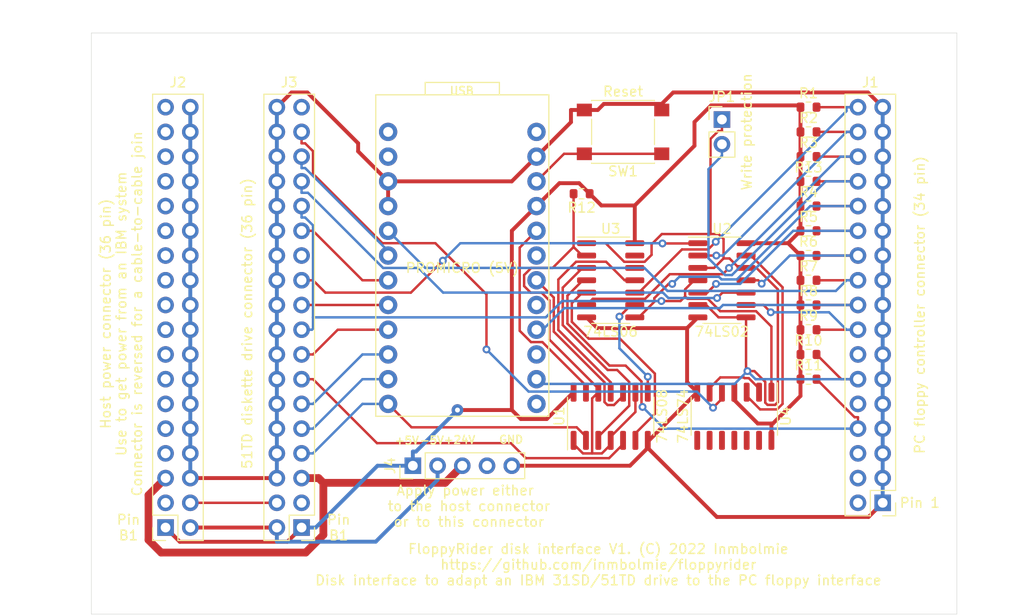
<source format=kicad_pcb>
(kicad_pcb (version 20171130) (host pcbnew 5.1.7-a382d34a88~90~ubuntu20.04.1)

  (general
    (thickness 1.6)
    (drawings 17)
    (tracks 458)
    (zones 0)
    (modules 28)
    (nets 80)
  )

  (page A4)
  (layers
    (0 F.Cu signal)
    (31 B.Cu signal)
    (32 B.Adhes user)
    (33 F.Adhes user)
    (34 B.Paste user)
    (35 F.Paste user)
    (36 B.SilkS user)
    (37 F.SilkS user)
    (38 B.Mask user)
    (39 F.Mask user)
    (40 Dwgs.User user)
    (41 Cmts.User user)
    (42 Eco1.User user)
    (43 Eco2.User user)
    (44 Edge.Cuts user)
    (45 Margin user)
    (46 B.CrtYd user)
    (47 F.CrtYd user)
    (48 B.Fab user)
    (49 F.Fab user)
  )

  (setup
    (last_trace_width 0.25)
    (trace_clearance 0.2)
    (zone_clearance 0.508)
    (zone_45_only no)
    (trace_min 0.2)
    (via_size 0.8)
    (via_drill 0.4)
    (via_min_size 0.4)
    (via_min_drill 0.3)
    (uvia_size 0.3)
    (uvia_drill 0.1)
    (uvias_allowed no)
    (uvia_min_size 0.2)
    (uvia_min_drill 0.1)
    (edge_width 0.05)
    (segment_width 0.2)
    (pcb_text_width 0.3)
    (pcb_text_size 1.5 1.5)
    (mod_edge_width 0.12)
    (mod_text_size 1 1)
    (mod_text_width 0.15)
    (pad_size 1.524 1.524)
    (pad_drill 0.762)
    (pad_to_mask_clearance 0)
    (aux_axis_origin 0 0)
    (visible_elements FFFFFF7F)
    (pcbplotparams
      (layerselection 0x010fc_ffffffff)
      (usegerberextensions false)
      (usegerberattributes true)
      (usegerberadvancedattributes true)
      (creategerberjobfile true)
      (excludeedgelayer true)
      (linewidth 0.100000)
      (plotframeref false)
      (viasonmask false)
      (mode 1)
      (useauxorigin false)
      (hpglpennumber 1)
      (hpglpenspeed 20)
      (hpglpendiameter 15.000000)
      (psnegative false)
      (psa4output false)
      (plotreference true)
      (plotvalue true)
      (plotinvisibletext false)
      (padsonsilk false)
      (subtractmaskfromsilk false)
      (outputformat 1)
      (mirror false)
      (drillshape 0)
      (scaleselection 1)
      (outputdirectory "output/"))
  )

  (net 0 "")
  (net 1 "Net-(B1-Pad24)")
  (net 2 "Net-(B1-Pad19)")
  (net 3 "Net-(B1-Pad17)")
  (net 4 "Net-(B1-Pad15)")
  (net 5 "Net-(B1-Pad13)")
  (net 6 "Net-(B1-Pad2)")
  (net 7 "Net-(B1-Pad1)")
  (net 8 GND)
  (net 9 /reset)
  (net 10 VCC)
  (net 11 /disk_chng_rdy_neg)
  (net 12 /track_0_neg)
  (net 13 /direction)
  (net 14 /8_index)
  (net 15 /8_inner_tracks)
  (net 16 /8_access_0)
  (net 17 /8_access_1)
  (net 18 /8_switch_filter)
  (net 19 /step)
  (net 20 /disk_chng_rdy)
  (net 21 /head_1_select)
  (net 22 /read_data)
  (net 23 /write_protected)
  (net 24 /track_0)
  (net 25 /write_enable)
  (net 26 /write_data)
  (net 27 /index)
  (net 28 "Net-(J1-Pad6)")
  (net 29 "Net-(J1-Pad4)")
  (net 30 "Net-(J1-Pad2)")
  (net 31 "Net-(J2-Pad35)")
  (net 32 "Net-(J2-Pad33)")
  (net 33 "Net-(J2-Pad31)")
  (net 34 "Net-(J2-Pad29)")
  (net 35 "Net-(J2-Pad27)")
  (net 36 "Net-(J2-Pad25)")
  (net 37 "Net-(J2-Pad23)")
  (net 38 "Net-(J2-Pad21)")
  (net 39 "Net-(J2-Pad19)")
  (net 40 "Net-(J2-Pad17)")
  (net 41 "Net-(J2-Pad15)")
  (net 42 "Net-(J2-Pad13)")
  (net 43 "Net-(J2-Pad11)")
  (net 44 "Net-(J2-Pad9)")
  (net 45 "Net-(J2-Pad7)")
  (net 46 /+24V)
  (net 47 /ps_gnd)
  (net 48 "Net-(J2-Pad3)")
  (net 49 /-5V)
  (net 50 "Net-(J3-Pad35)")
  (net 51 /8_write_data)
  (net 52 /8_head_engage)
  (net 53 /8_write_erase_gate)
  (net 54 "Net-(J3-Pad23)")
  (net 55 /8_select_head)
  (net 56 /8_file_data)
  (net 57 "Net-(J3-Pad3)")
  (net 58 "Net-(J4-Pad4)")
  (net 59 "Net-(U1-Pad11)")
  (net 60 "Net-(U1-Pad8)")
  (net 61 "Net-(U1-Pad6)")
  (net 62 "Net-(U1-Pad3)")
  (net 63 "Net-(U3-Pad13)")
  (net 64 "Net-(U3-Pad12)")
  (net 65 /8_write_erase_sense)
  (net 66 /8_diskette_2_sense)
  (net 67 /drive_b)
  (net 68 /motor_b)
  (net 69 "Net-(J1-Pad14)")
  (net 70 "Net-(J1-Pad10)")
  (net 71 /drive_b_neg)
  (net 72 /write_data_neg)
  (net 73 "Net-(U4-Pad13)")
  (net 74 "Net-(U4-Pad12)")
  (net 75 "Net-(U4-Pad11)")
  (net 76 "Net-(U4-Pad10)")
  (net 77 "Net-(U4-Pad9)")
  (net 78 "Net-(U4-Pad8)")
  (net 79 "Net-(U4-Pad2)")

  (net_class Default "This is the default net class."
    (clearance 0.2)
    (trace_width 0.25)
    (via_dia 0.8)
    (via_drill 0.4)
    (uvia_dia 0.3)
    (uvia_drill 0.1)
    (add_net /8_access_0)
    (add_net /8_access_1)
    (add_net /8_diskette_2_sense)
    (add_net /8_file_data)
    (add_net /8_head_engage)
    (add_net /8_index)
    (add_net /8_inner_tracks)
    (add_net /8_select_head)
    (add_net /8_switch_filter)
    (add_net /8_write_data)
    (add_net /8_write_erase_gate)
    (add_net /8_write_erase_sense)
    (add_net /direction)
    (add_net /disk_chng_rdy)
    (add_net /disk_chng_rdy_neg)
    (add_net /drive_b)
    (add_net /drive_b_neg)
    (add_net /head_1_select)
    (add_net /index)
    (add_net /motor_b)
    (add_net /ps_gnd)
    (add_net /read_data)
    (add_net /reset)
    (add_net /step)
    (add_net /track_0)
    (add_net /track_0_neg)
    (add_net /write_data)
    (add_net /write_data_neg)
    (add_net /write_enable)
    (add_net /write_protected)
    (add_net "Net-(B1-Pad1)")
    (add_net "Net-(B1-Pad13)")
    (add_net "Net-(B1-Pad15)")
    (add_net "Net-(B1-Pad17)")
    (add_net "Net-(B1-Pad19)")
    (add_net "Net-(B1-Pad2)")
    (add_net "Net-(B1-Pad24)")
    (add_net "Net-(J1-Pad10)")
    (add_net "Net-(J1-Pad14)")
    (add_net "Net-(J1-Pad2)")
    (add_net "Net-(J1-Pad4)")
    (add_net "Net-(J1-Pad6)")
    (add_net "Net-(J2-Pad11)")
    (add_net "Net-(J2-Pad13)")
    (add_net "Net-(J2-Pad15)")
    (add_net "Net-(J2-Pad17)")
    (add_net "Net-(J2-Pad19)")
    (add_net "Net-(J2-Pad21)")
    (add_net "Net-(J2-Pad23)")
    (add_net "Net-(J2-Pad25)")
    (add_net "Net-(J2-Pad27)")
    (add_net "Net-(J2-Pad29)")
    (add_net "Net-(J2-Pad3)")
    (add_net "Net-(J2-Pad31)")
    (add_net "Net-(J2-Pad33)")
    (add_net "Net-(J2-Pad35)")
    (add_net "Net-(J2-Pad7)")
    (add_net "Net-(J2-Pad9)")
    (add_net "Net-(J3-Pad23)")
    (add_net "Net-(J3-Pad3)")
    (add_net "Net-(J3-Pad35)")
    (add_net "Net-(J4-Pad4)")
    (add_net "Net-(U1-Pad11)")
    (add_net "Net-(U1-Pad3)")
    (add_net "Net-(U1-Pad6)")
    (add_net "Net-(U1-Pad8)")
    (add_net "Net-(U3-Pad12)")
    (add_net "Net-(U3-Pad13)")
    (add_net "Net-(U4-Pad10)")
    (add_net "Net-(U4-Pad11)")
    (add_net "Net-(U4-Pad12)")
    (add_net "Net-(U4-Pad13)")
    (add_net "Net-(U4-Pad2)")
    (add_net "Net-(U4-Pad8)")
    (add_net "Net-(U4-Pad9)")
  )

  (net_class 24v ""
    (clearance 0.5)
    (trace_width 0.8)
    (via_dia 1.4)
    (via_drill 0.6)
    (uvia_dia 0.3)
    (uvia_drill 0.1)
    (add_net /+24V)
  )

  (net_class power ""
    (clearance 0.4)
    (trace_width 0.4)
    (via_dia 1.2)
    (via_drill 0.5)
    (uvia_dia 0.3)
    (uvia_drill 0.1)
    (add_net /-5V)
    (add_net GND)
    (add_net VCC)
  )

  (module Resistor_SMD:R_0603_1608Metric (layer F.Cu) (tedit 5F68FEEE) (tstamp 62A305BE)
    (at 118.11 93.98)
    (descr "Resistor SMD 0603 (1608 Metric), square (rectangular) end terminal, IPC_7351 nominal, (Body size source: IPC-SM-782 page 72, https://www.pcb-3d.com/wordpress/wp-content/uploads/ipc-sm-782a_amendment_1_and_2.pdf), generated with kicad-footprint-generator")
    (tags resistor)
    (path /62E8A48B)
    (attr smd)
    (fp_text reference R11 (at 0 -1.43) (layer F.SilkS)
      (effects (font (size 1 1) (thickness 0.15)))
    )
    (fp_text value 1K (at 0 1.43) (layer F.Fab)
      (effects (font (size 1 1) (thickness 0.15)))
    )
    (fp_text user %R (at -8.22 5.11) (layer F.Fab)
      (effects (font (size 0.4 0.4) (thickness 0.06)))
    )
    (fp_line (start -0.8 0.4125) (end -0.8 -0.4125) (layer F.Fab) (width 0.1))
    (fp_line (start -0.8 -0.4125) (end 0.8 -0.4125) (layer F.Fab) (width 0.1))
    (fp_line (start 0.8 -0.4125) (end 0.8 0.4125) (layer F.Fab) (width 0.1))
    (fp_line (start 0.8 0.4125) (end -0.8 0.4125) (layer F.Fab) (width 0.1))
    (fp_line (start -0.237258 -0.5225) (end 0.237258 -0.5225) (layer F.SilkS) (width 0.12))
    (fp_line (start -0.237258 0.5225) (end 0.237258 0.5225) (layer F.SilkS) (width 0.12))
    (fp_line (start -1.48 0.73) (end -1.48 -0.73) (layer F.CrtYd) (width 0.05))
    (fp_line (start -1.48 -0.73) (end 1.48 -0.73) (layer F.CrtYd) (width 0.05))
    (fp_line (start 1.48 -0.73) (end 1.48 0.73) (layer F.CrtYd) (width 0.05))
    (fp_line (start 1.48 0.73) (end -1.48 0.73) (layer F.CrtYd) (width 0.05))
    (pad 2 smd roundrect (at 0.825 0) (size 0.8 0.95) (layers F.Cu F.Paste F.Mask) (roundrect_rratio 0.25)
      (net 27 /index))
    (pad 1 smd roundrect (at -0.825 0) (size 0.8 0.95) (layers F.Cu F.Paste F.Mask) (roundrect_rratio 0.25)
      (net 10 VCC))
    (model ${KISYS3DMOD}/Resistor_SMD.3dshapes/R_0603_1608Metric.wrl
      (at (xyz 0 0 0))
      (scale (xyz 1 1 1))
      (rotate (xyz 0 0 0))
    )
  )

  (module Resistor_SMD:R_0603_1608Metric (layer F.Cu) (tedit 5F68FEEE) (tstamp 62A305AD)
    (at 118.11 91.44)
    (descr "Resistor SMD 0603 (1608 Metric), square (rectangular) end terminal, IPC_7351 nominal, (Body size source: IPC-SM-782 page 72, https://www.pcb-3d.com/wordpress/wp-content/uploads/ipc-sm-782a_amendment_1_and_2.pdf), generated with kicad-footprint-generator")
    (tags resistor)
    (path /62E7932A)
    (attr smd)
    (fp_text reference R10 (at 0 -1.43) (layer F.SilkS)
      (effects (font (size 1 1) (thickness 0.15)))
    )
    (fp_text value 1K (at 0 1.43) (layer F.Fab)
      (effects (font (size 1 1) (thickness 0.15)))
    )
    (fp_text user %R (at 0 0) (layer F.Fab)
      (effects (font (size 0.4 0.4) (thickness 0.06)))
    )
    (fp_line (start -0.8 0.4125) (end -0.8 -0.4125) (layer F.Fab) (width 0.1))
    (fp_line (start -0.8 -0.4125) (end 0.8 -0.4125) (layer F.Fab) (width 0.1))
    (fp_line (start 0.8 -0.4125) (end 0.8 0.4125) (layer F.Fab) (width 0.1))
    (fp_line (start 0.8 0.4125) (end -0.8 0.4125) (layer F.Fab) (width 0.1))
    (fp_line (start -0.237258 -0.5225) (end 0.237258 -0.5225) (layer F.SilkS) (width 0.12))
    (fp_line (start -0.237258 0.5225) (end 0.237258 0.5225) (layer F.SilkS) (width 0.12))
    (fp_line (start -1.48 0.73) (end -1.48 -0.73) (layer F.CrtYd) (width 0.05))
    (fp_line (start -1.48 -0.73) (end 1.48 -0.73) (layer F.CrtYd) (width 0.05))
    (fp_line (start 1.48 -0.73) (end 1.48 0.73) (layer F.CrtYd) (width 0.05))
    (fp_line (start 1.48 0.73) (end -1.48 0.73) (layer F.CrtYd) (width 0.05))
    (pad 2 smd roundrect (at 0.825 0) (size 0.8 0.95) (layers F.Cu F.Paste F.Mask) (roundrect_rratio 0.25)
      (net 67 /drive_b))
    (pad 1 smd roundrect (at -0.825 0) (size 0.8 0.95) (layers F.Cu F.Paste F.Mask) (roundrect_rratio 0.25)
      (net 10 VCC))
    (model ${KISYS3DMOD}/Resistor_SMD.3dshapes/R_0603_1608Metric.wrl
      (at (xyz 0 0 0))
      (scale (xyz 1 1 1))
      (rotate (xyz 0 0 0))
    )
  )

  (module Resistor_SMD:R_0603_1608Metric (layer F.Cu) (tedit 5F68FEEE) (tstamp 62A3059C)
    (at 118.11 88.9)
    (descr "Resistor SMD 0603 (1608 Metric), square (rectangular) end terminal, IPC_7351 nominal, (Body size source: IPC-SM-782 page 72, https://www.pcb-3d.com/wordpress/wp-content/uploads/ipc-sm-782a_amendment_1_and_2.pdf), generated with kicad-footprint-generator")
    (tags resistor)
    (path /62E680D7)
    (attr smd)
    (fp_text reference R9 (at 0 -1.43) (layer F.SilkS)
      (effects (font (size 1 1) (thickness 0.15)))
    )
    (fp_text value 1K (at 0 1.43) (layer F.Fab)
      (effects (font (size 1 1) (thickness 0.15)))
    )
    (fp_text user %R (at 0 0) (layer F.Fab)
      (effects (font (size 0.4 0.4) (thickness 0.06)))
    )
    (fp_line (start -0.8 0.4125) (end -0.8 -0.4125) (layer F.Fab) (width 0.1))
    (fp_line (start -0.8 -0.4125) (end 0.8 -0.4125) (layer F.Fab) (width 0.1))
    (fp_line (start 0.8 -0.4125) (end 0.8 0.4125) (layer F.Fab) (width 0.1))
    (fp_line (start 0.8 0.4125) (end -0.8 0.4125) (layer F.Fab) (width 0.1))
    (fp_line (start -0.237258 -0.5225) (end 0.237258 -0.5225) (layer F.SilkS) (width 0.12))
    (fp_line (start -0.237258 0.5225) (end 0.237258 0.5225) (layer F.SilkS) (width 0.12))
    (fp_line (start -1.48 0.73) (end -1.48 -0.73) (layer F.CrtYd) (width 0.05))
    (fp_line (start -1.48 -0.73) (end 1.48 -0.73) (layer F.CrtYd) (width 0.05))
    (fp_line (start 1.48 -0.73) (end 1.48 0.73) (layer F.CrtYd) (width 0.05))
    (fp_line (start 1.48 0.73) (end -1.48 0.73) (layer F.CrtYd) (width 0.05))
    (pad 2 smd roundrect (at 0.825 0) (size 0.8 0.95) (layers F.Cu F.Paste F.Mask) (roundrect_rratio 0.25)
      (net 68 /motor_b))
    (pad 1 smd roundrect (at -0.825 0) (size 0.8 0.95) (layers F.Cu F.Paste F.Mask) (roundrect_rratio 0.25)
      (net 10 VCC))
    (model ${KISYS3DMOD}/Resistor_SMD.3dshapes/R_0603_1608Metric.wrl
      (at (xyz 0 0 0))
      (scale (xyz 1 1 1))
      (rotate (xyz 0 0 0))
    )
  )

  (module Resistor_SMD:R_0603_1608Metric (layer F.Cu) (tedit 5F68FEEE) (tstamp 62A3058B)
    (at 118.11 86.36)
    (descr "Resistor SMD 0603 (1608 Metric), square (rectangular) end terminal, IPC_7351 nominal, (Body size source: IPC-SM-782 page 72, https://www.pcb-3d.com/wordpress/wp-content/uploads/ipc-sm-782a_amendment_1_and_2.pdf), generated with kicad-footprint-generator")
    (tags resistor)
    (path /62E56F54)
    (attr smd)
    (fp_text reference R8 (at 0 -1.43) (layer F.SilkS)
      (effects (font (size 1 1) (thickness 0.15)))
    )
    (fp_text value 1K (at 0 1.43) (layer F.Fab)
      (effects (font (size 1 1) (thickness 0.15)))
    )
    (fp_text user %R (at 0 0) (layer F.Fab)
      (effects (font (size 0.4 0.4) (thickness 0.06)))
    )
    (fp_line (start -0.8 0.4125) (end -0.8 -0.4125) (layer F.Fab) (width 0.1))
    (fp_line (start -0.8 -0.4125) (end 0.8 -0.4125) (layer F.Fab) (width 0.1))
    (fp_line (start 0.8 -0.4125) (end 0.8 0.4125) (layer F.Fab) (width 0.1))
    (fp_line (start 0.8 0.4125) (end -0.8 0.4125) (layer F.Fab) (width 0.1))
    (fp_line (start -0.237258 -0.5225) (end 0.237258 -0.5225) (layer F.SilkS) (width 0.12))
    (fp_line (start -0.237258 0.5225) (end 0.237258 0.5225) (layer F.SilkS) (width 0.12))
    (fp_line (start -1.48 0.73) (end -1.48 -0.73) (layer F.CrtYd) (width 0.05))
    (fp_line (start -1.48 -0.73) (end 1.48 -0.73) (layer F.CrtYd) (width 0.05))
    (fp_line (start 1.48 -0.73) (end 1.48 0.73) (layer F.CrtYd) (width 0.05))
    (fp_line (start 1.48 0.73) (end -1.48 0.73) (layer F.CrtYd) (width 0.05))
    (pad 2 smd roundrect (at 0.825 0) (size 0.8 0.95) (layers F.Cu F.Paste F.Mask) (roundrect_rratio 0.25)
      (net 13 /direction))
    (pad 1 smd roundrect (at -0.825 0) (size 0.8 0.95) (layers F.Cu F.Paste F.Mask) (roundrect_rratio 0.25)
      (net 10 VCC))
    (model ${KISYS3DMOD}/Resistor_SMD.3dshapes/R_0603_1608Metric.wrl
      (at (xyz 0 0 0))
      (scale (xyz 1 1 1))
      (rotate (xyz 0 0 0))
    )
  )

  (module Resistor_SMD:R_0603_1608Metric (layer F.Cu) (tedit 5F68FEEE) (tstamp 62A3057A)
    (at 118.11 83.82)
    (descr "Resistor SMD 0603 (1608 Metric), square (rectangular) end terminal, IPC_7351 nominal, (Body size source: IPC-SM-782 page 72, https://www.pcb-3d.com/wordpress/wp-content/uploads/ipc-sm-782a_amendment_1_and_2.pdf), generated with kicad-footprint-generator")
    (tags resistor)
    (path /62E45D39)
    (attr smd)
    (fp_text reference R7 (at 0 -1.43) (layer F.SilkS)
      (effects (font (size 1 1) (thickness 0.15)))
    )
    (fp_text value 1K (at 0 1.43) (layer F.Fab)
      (effects (font (size 1 1) (thickness 0.15)))
    )
    (fp_text user %R (at 0 0) (layer F.Fab)
      (effects (font (size 0.4 0.4) (thickness 0.06)))
    )
    (fp_line (start -0.8 0.4125) (end -0.8 -0.4125) (layer F.Fab) (width 0.1))
    (fp_line (start -0.8 -0.4125) (end 0.8 -0.4125) (layer F.Fab) (width 0.1))
    (fp_line (start 0.8 -0.4125) (end 0.8 0.4125) (layer F.Fab) (width 0.1))
    (fp_line (start 0.8 0.4125) (end -0.8 0.4125) (layer F.Fab) (width 0.1))
    (fp_line (start -0.237258 -0.5225) (end 0.237258 -0.5225) (layer F.SilkS) (width 0.12))
    (fp_line (start -0.237258 0.5225) (end 0.237258 0.5225) (layer F.SilkS) (width 0.12))
    (fp_line (start -1.48 0.73) (end -1.48 -0.73) (layer F.CrtYd) (width 0.05))
    (fp_line (start -1.48 -0.73) (end 1.48 -0.73) (layer F.CrtYd) (width 0.05))
    (fp_line (start 1.48 -0.73) (end 1.48 0.73) (layer F.CrtYd) (width 0.05))
    (fp_line (start 1.48 0.73) (end -1.48 0.73) (layer F.CrtYd) (width 0.05))
    (pad 2 smd roundrect (at 0.825 0) (size 0.8 0.95) (layers F.Cu F.Paste F.Mask) (roundrect_rratio 0.25)
      (net 19 /step))
    (pad 1 smd roundrect (at -0.825 0) (size 0.8 0.95) (layers F.Cu F.Paste F.Mask) (roundrect_rratio 0.25)
      (net 10 VCC))
    (model ${KISYS3DMOD}/Resistor_SMD.3dshapes/R_0603_1608Metric.wrl
      (at (xyz 0 0 0))
      (scale (xyz 1 1 1))
      (rotate (xyz 0 0 0))
    )
  )

  (module Resistor_SMD:R_0603_1608Metric (layer F.Cu) (tedit 5F68FEEE) (tstamp 62A30C87)
    (at 118.11 81.28)
    (descr "Resistor SMD 0603 (1608 Metric), square (rectangular) end terminal, IPC_7351 nominal, (Body size source: IPC-SM-782 page 72, https://www.pcb-3d.com/wordpress/wp-content/uploads/ipc-sm-782a_amendment_1_and_2.pdf), generated with kicad-footprint-generator")
    (tags resistor)
    (path /62E34B26)
    (attr smd)
    (fp_text reference R6 (at 0 -1.43) (layer F.SilkS)
      (effects (font (size 1 1) (thickness 0.15)))
    )
    (fp_text value 1K (at 0 1.43) (layer F.Fab)
      (effects (font (size 1 1) (thickness 0.15)))
    )
    (fp_text user %R (at 0 0) (layer F.Fab)
      (effects (font (size 0.4 0.4) (thickness 0.06)))
    )
    (fp_line (start -0.8 0.4125) (end -0.8 -0.4125) (layer F.Fab) (width 0.1))
    (fp_line (start -0.8 -0.4125) (end 0.8 -0.4125) (layer F.Fab) (width 0.1))
    (fp_line (start 0.8 -0.4125) (end 0.8 0.4125) (layer F.Fab) (width 0.1))
    (fp_line (start 0.8 0.4125) (end -0.8 0.4125) (layer F.Fab) (width 0.1))
    (fp_line (start -0.237258 -0.5225) (end 0.237258 -0.5225) (layer F.SilkS) (width 0.12))
    (fp_line (start -0.237258 0.5225) (end 0.237258 0.5225) (layer F.SilkS) (width 0.12))
    (fp_line (start -1.48 0.73) (end -1.48 -0.73) (layer F.CrtYd) (width 0.05))
    (fp_line (start -1.48 -0.73) (end 1.48 -0.73) (layer F.CrtYd) (width 0.05))
    (fp_line (start 1.48 -0.73) (end 1.48 0.73) (layer F.CrtYd) (width 0.05))
    (fp_line (start 1.48 0.73) (end -1.48 0.73) (layer F.CrtYd) (width 0.05))
    (pad 2 smd roundrect (at 0.825 0) (size 0.8 0.95) (layers F.Cu F.Paste F.Mask) (roundrect_rratio 0.25)
      (net 26 /write_data))
    (pad 1 smd roundrect (at -0.825 0) (size 0.8 0.95) (layers F.Cu F.Paste F.Mask) (roundrect_rratio 0.25)
      (net 10 VCC))
    (model ${KISYS3DMOD}/Resistor_SMD.3dshapes/R_0603_1608Metric.wrl
      (at (xyz 0 0 0))
      (scale (xyz 1 1 1))
      (rotate (xyz 0 0 0))
    )
  )

  (module Resistor_SMD:R_0603_1608Metric (layer F.Cu) (tedit 5F68FEEE) (tstamp 62A30558)
    (at 118.11 78.74)
    (descr "Resistor SMD 0603 (1608 Metric), square (rectangular) end terminal, IPC_7351 nominal, (Body size source: IPC-SM-782 page 72, https://www.pcb-3d.com/wordpress/wp-content/uploads/ipc-sm-782a_amendment_1_and_2.pdf), generated with kicad-footprint-generator")
    (tags resistor)
    (path /62E23911)
    (attr smd)
    (fp_text reference R5 (at 0 -1.43) (layer F.SilkS)
      (effects (font (size 1 1) (thickness 0.15)))
    )
    (fp_text value 1K (at 0 1.43) (layer F.Fab)
      (effects (font (size 1 1) (thickness 0.15)))
    )
    (fp_text user %R (at 0 0) (layer F.Fab)
      (effects (font (size 0.4 0.4) (thickness 0.06)))
    )
    (fp_line (start -0.8 0.4125) (end -0.8 -0.4125) (layer F.Fab) (width 0.1))
    (fp_line (start -0.8 -0.4125) (end 0.8 -0.4125) (layer F.Fab) (width 0.1))
    (fp_line (start 0.8 -0.4125) (end 0.8 0.4125) (layer F.Fab) (width 0.1))
    (fp_line (start 0.8 0.4125) (end -0.8 0.4125) (layer F.Fab) (width 0.1))
    (fp_line (start -0.237258 -0.5225) (end 0.237258 -0.5225) (layer F.SilkS) (width 0.12))
    (fp_line (start -0.237258 0.5225) (end 0.237258 0.5225) (layer F.SilkS) (width 0.12))
    (fp_line (start -1.48 0.73) (end -1.48 -0.73) (layer F.CrtYd) (width 0.05))
    (fp_line (start -1.48 -0.73) (end 1.48 -0.73) (layer F.CrtYd) (width 0.05))
    (fp_line (start 1.48 -0.73) (end 1.48 0.73) (layer F.CrtYd) (width 0.05))
    (fp_line (start 1.48 0.73) (end -1.48 0.73) (layer F.CrtYd) (width 0.05))
    (pad 2 smd roundrect (at 0.825 0) (size 0.8 0.95) (layers F.Cu F.Paste F.Mask) (roundrect_rratio 0.25)
      (net 25 /write_enable))
    (pad 1 smd roundrect (at -0.825 0) (size 0.8 0.95) (layers F.Cu F.Paste F.Mask) (roundrect_rratio 0.25)
      (net 10 VCC))
    (model ${KISYS3DMOD}/Resistor_SMD.3dshapes/R_0603_1608Metric.wrl
      (at (xyz 0 0 0))
      (scale (xyz 1 1 1))
      (rotate (xyz 0 0 0))
    )
  )

  (module Resistor_SMD:R_0603_1608Metric (layer F.Cu) (tedit 5F68FEEE) (tstamp 62A30547)
    (at 118.11 76.2)
    (descr "Resistor SMD 0603 (1608 Metric), square (rectangular) end terminal, IPC_7351 nominal, (Body size source: IPC-SM-782 page 72, https://www.pcb-3d.com/wordpress/wp-content/uploads/ipc-sm-782a_amendment_1_and_2.pdf), generated with kicad-footprint-generator")
    (tags resistor)
    (path /62E12704)
    (attr smd)
    (fp_text reference R4 (at 0 -1.43) (layer F.SilkS)
      (effects (font (size 1 1) (thickness 0.15)))
    )
    (fp_text value 1K (at 0 1.43) (layer F.Fab)
      (effects (font (size 1 1) (thickness 0.15)))
    )
    (fp_text user %R (at 0 0) (layer F.Fab)
      (effects (font (size 0.4 0.4) (thickness 0.06)))
    )
    (fp_line (start -0.8 0.4125) (end -0.8 -0.4125) (layer F.Fab) (width 0.1))
    (fp_line (start -0.8 -0.4125) (end 0.8 -0.4125) (layer F.Fab) (width 0.1))
    (fp_line (start 0.8 -0.4125) (end 0.8 0.4125) (layer F.Fab) (width 0.1))
    (fp_line (start 0.8 0.4125) (end -0.8 0.4125) (layer F.Fab) (width 0.1))
    (fp_line (start -0.237258 -0.5225) (end 0.237258 -0.5225) (layer F.SilkS) (width 0.12))
    (fp_line (start -0.237258 0.5225) (end 0.237258 0.5225) (layer F.SilkS) (width 0.12))
    (fp_line (start -1.48 0.73) (end -1.48 -0.73) (layer F.CrtYd) (width 0.05))
    (fp_line (start -1.48 -0.73) (end 1.48 -0.73) (layer F.CrtYd) (width 0.05))
    (fp_line (start 1.48 -0.73) (end 1.48 0.73) (layer F.CrtYd) (width 0.05))
    (fp_line (start 1.48 0.73) (end -1.48 0.73) (layer F.CrtYd) (width 0.05))
    (pad 2 smd roundrect (at 0.825 0) (size 0.8 0.95) (layers F.Cu F.Paste F.Mask) (roundrect_rratio 0.25)
      (net 24 /track_0))
    (pad 1 smd roundrect (at -0.825 0) (size 0.8 0.95) (layers F.Cu F.Paste F.Mask) (roundrect_rratio 0.25)
      (net 10 VCC))
    (model ${KISYS3DMOD}/Resistor_SMD.3dshapes/R_0603_1608Metric.wrl
      (at (xyz 0 0 0))
      (scale (xyz 1 1 1))
      (rotate (xyz 0 0 0))
    )
  )

  (module Resistor_SMD:R_0603_1608Metric (layer F.Cu) (tedit 5F68FEEE) (tstamp 62A30536)
    (at 118.11 71.12)
    (descr "Resistor SMD 0603 (1608 Metric), square (rectangular) end terminal, IPC_7351 nominal, (Body size source: IPC-SM-782 page 72, https://www.pcb-3d.com/wordpress/wp-content/uploads/ipc-sm-782a_amendment_1_and_2.pdf), generated with kicad-footprint-generator")
    (tags resistor)
    (path /62DF0690)
    (attr smd)
    (fp_text reference R3 (at 0 -1.43) (layer F.SilkS)
      (effects (font (size 1 1) (thickness 0.15)))
    )
    (fp_text value 1K (at 0 1.43) (layer F.Fab)
      (effects (font (size 1 1) (thickness 0.15)))
    )
    (fp_text user %R (at 0 0) (layer F.Fab)
      (effects (font (size 0.4 0.4) (thickness 0.06)))
    )
    (fp_line (start -0.8 0.4125) (end -0.8 -0.4125) (layer F.Fab) (width 0.1))
    (fp_line (start -0.8 -0.4125) (end 0.8 -0.4125) (layer F.Fab) (width 0.1))
    (fp_line (start 0.8 -0.4125) (end 0.8 0.4125) (layer F.Fab) (width 0.1))
    (fp_line (start 0.8 0.4125) (end -0.8 0.4125) (layer F.Fab) (width 0.1))
    (fp_line (start -0.237258 -0.5225) (end 0.237258 -0.5225) (layer F.SilkS) (width 0.12))
    (fp_line (start -0.237258 0.5225) (end 0.237258 0.5225) (layer F.SilkS) (width 0.12))
    (fp_line (start -1.48 0.73) (end -1.48 -0.73) (layer F.CrtYd) (width 0.05))
    (fp_line (start -1.48 -0.73) (end 1.48 -0.73) (layer F.CrtYd) (width 0.05))
    (fp_line (start 1.48 -0.73) (end 1.48 0.73) (layer F.CrtYd) (width 0.05))
    (fp_line (start 1.48 0.73) (end -1.48 0.73) (layer F.CrtYd) (width 0.05))
    (pad 2 smd roundrect (at 0.825 0) (size 0.8 0.95) (layers F.Cu F.Paste F.Mask) (roundrect_rratio 0.25)
      (net 22 /read_data))
    (pad 1 smd roundrect (at -0.825 0) (size 0.8 0.95) (layers F.Cu F.Paste F.Mask) (roundrect_rratio 0.25)
      (net 10 VCC))
    (model ${KISYS3DMOD}/Resistor_SMD.3dshapes/R_0603_1608Metric.wrl
      (at (xyz 0 0 0))
      (scale (xyz 1 1 1))
      (rotate (xyz 0 0 0))
    )
  )

  (module Resistor_SMD:R_0603_1608Metric (layer F.Cu) (tedit 5F68FEEE) (tstamp 62A30525)
    (at 118.11 68.58)
    (descr "Resistor SMD 0603 (1608 Metric), square (rectangular) end terminal, IPC_7351 nominal, (Body size source: IPC-SM-782 page 72, https://www.pcb-3d.com/wordpress/wp-content/uploads/ipc-sm-782a_amendment_1_and_2.pdf), generated with kicad-footprint-generator")
    (tags resistor)
    (path /62DDF47D)
    (attr smd)
    (fp_text reference R2 (at 0 -1.43) (layer F.SilkS)
      (effects (font (size 1 1) (thickness 0.15)))
    )
    (fp_text value 1K (at 0 1.43) (layer F.Fab)
      (effects (font (size 1 1) (thickness 0.15)))
    )
    (fp_text user %R (at 0 0) (layer F.Fab)
      (effects (font (size 0.4 0.4) (thickness 0.06)))
    )
    (fp_line (start -0.8 0.4125) (end -0.8 -0.4125) (layer F.Fab) (width 0.1))
    (fp_line (start -0.8 -0.4125) (end 0.8 -0.4125) (layer F.Fab) (width 0.1))
    (fp_line (start 0.8 -0.4125) (end 0.8 0.4125) (layer F.Fab) (width 0.1))
    (fp_line (start 0.8 0.4125) (end -0.8 0.4125) (layer F.Fab) (width 0.1))
    (fp_line (start -0.237258 -0.5225) (end 0.237258 -0.5225) (layer F.SilkS) (width 0.12))
    (fp_line (start -0.237258 0.5225) (end 0.237258 0.5225) (layer F.SilkS) (width 0.12))
    (fp_line (start -1.48 0.73) (end -1.48 -0.73) (layer F.CrtYd) (width 0.05))
    (fp_line (start -1.48 -0.73) (end 1.48 -0.73) (layer F.CrtYd) (width 0.05))
    (fp_line (start 1.48 -0.73) (end 1.48 0.73) (layer F.CrtYd) (width 0.05))
    (fp_line (start 1.48 0.73) (end -1.48 0.73) (layer F.CrtYd) (width 0.05))
    (pad 2 smd roundrect (at 0.825 0) (size 0.8 0.95) (layers F.Cu F.Paste F.Mask) (roundrect_rratio 0.25)
      (net 21 /head_1_select))
    (pad 1 smd roundrect (at -0.825 0) (size 0.8 0.95) (layers F.Cu F.Paste F.Mask) (roundrect_rratio 0.25)
      (net 10 VCC))
    (model ${KISYS3DMOD}/Resistor_SMD.3dshapes/R_0603_1608Metric.wrl
      (at (xyz 0 0 0))
      (scale (xyz 1 1 1))
      (rotate (xyz 0 0 0))
    )
  )

  (module Resistor_SMD:R_0603_1608Metric (layer F.Cu) (tedit 5F68FEEE) (tstamp 62A30514)
    (at 118.11 66.04)
    (descr "Resistor SMD 0603 (1608 Metric), square (rectangular) end terminal, IPC_7351 nominal, (Body size source: IPC-SM-782 page 72, https://www.pcb-3d.com/wordpress/wp-content/uploads/ipc-sm-782a_amendment_1_and_2.pdf), generated with kicad-footprint-generator")
    (tags resistor)
    (path /62DCDD7C)
    (attr smd)
    (fp_text reference R1 (at 0 -1.43) (layer F.SilkS)
      (effects (font (size 1 1) (thickness 0.15)))
    )
    (fp_text value 1K (at 0 1.43) (layer F.Fab)
      (effects (font (size 1 1) (thickness 0.15)))
    )
    (fp_text user %R (at 0 0) (layer F.Fab)
      (effects (font (size 0.4 0.4) (thickness 0.06)))
    )
    (fp_line (start -0.8 0.4125) (end -0.8 -0.4125) (layer F.Fab) (width 0.1))
    (fp_line (start -0.8 -0.4125) (end 0.8 -0.4125) (layer F.Fab) (width 0.1))
    (fp_line (start 0.8 -0.4125) (end 0.8 0.4125) (layer F.Fab) (width 0.1))
    (fp_line (start 0.8 0.4125) (end -0.8 0.4125) (layer F.Fab) (width 0.1))
    (fp_line (start -0.237258 -0.5225) (end 0.237258 -0.5225) (layer F.SilkS) (width 0.12))
    (fp_line (start -0.237258 0.5225) (end 0.237258 0.5225) (layer F.SilkS) (width 0.12))
    (fp_line (start -1.48 0.73) (end -1.48 -0.73) (layer F.CrtYd) (width 0.05))
    (fp_line (start -1.48 -0.73) (end 1.48 -0.73) (layer F.CrtYd) (width 0.05))
    (fp_line (start 1.48 -0.73) (end 1.48 0.73) (layer F.CrtYd) (width 0.05))
    (fp_line (start 1.48 0.73) (end -1.48 0.73) (layer F.CrtYd) (width 0.05))
    (pad 2 smd roundrect (at 0.825 0) (size 0.8 0.95) (layers F.Cu F.Paste F.Mask) (roundrect_rratio 0.25)
      (net 20 /disk_chng_rdy))
    (pad 1 smd roundrect (at -0.825 0) (size 0.8 0.95) (layers F.Cu F.Paste F.Mask) (roundrect_rratio 0.25)
      (net 10 VCC))
    (model ${KISYS3DMOD}/Resistor_SMD.3dshapes/R_0603_1608Metric.wrl
      (at (xyz 0 0 0))
      (scale (xyz 1 1 1))
      (rotate (xyz 0 0 0))
    )
  )

  (module Package_SO:SO-14_3.9x8.65mm_P1.27mm (layer F.Cu) (tedit 5F427CE7) (tstamp 62A31A35)
    (at 110.49 97.79 270)
    (descr "SO, 14 Pin (https://www.st.com/resource/en/datasheet/l6491.pdf), generated with kicad-footprint-generator ipc_gullwing_generator.py")
    (tags "SO SO")
    (path /62A1A4EC)
    (attr smd)
    (fp_text reference U4 (at 0 -5.28 90) (layer F.SilkS)
      (effects (font (size 1 1) (thickness 0.15)))
    )
    (fp_text value 74LS74 (at 0 5.28 90) (layer F.SilkS)
      (effects (font (size 1 1) (thickness 0.15)))
    )
    (fp_line (start 3.7 -4.58) (end -3.7 -4.58) (layer F.CrtYd) (width 0.05))
    (fp_line (start 3.7 4.58) (end 3.7 -4.58) (layer F.CrtYd) (width 0.05))
    (fp_line (start -3.7 4.58) (end 3.7 4.58) (layer F.CrtYd) (width 0.05))
    (fp_line (start -3.7 -4.58) (end -3.7 4.58) (layer F.CrtYd) (width 0.05))
    (fp_line (start -1.95 -3.35) (end -0.975 -4.325) (layer F.Fab) (width 0.1))
    (fp_line (start -1.95 4.325) (end -1.95 -3.35) (layer F.Fab) (width 0.1))
    (fp_line (start 1.95 4.325) (end -1.95 4.325) (layer F.Fab) (width 0.1))
    (fp_line (start 1.95 -4.325) (end 1.95 4.325) (layer F.Fab) (width 0.1))
    (fp_line (start -0.975 -4.325) (end 1.95 -4.325) (layer F.Fab) (width 0.1))
    (fp_line (start 0 -4.435) (end -3.45 -4.435) (layer F.SilkS) (width 0.12))
    (fp_line (start 0 -4.435) (end 1.95 -4.435) (layer F.SilkS) (width 0.12))
    (fp_line (start 0 4.435) (end -1.95 4.435) (layer F.SilkS) (width 0.12))
    (fp_line (start 0 4.435) (end 1.95 4.435) (layer F.SilkS) (width 0.12))
    (fp_text user %R (at 0 0 90) (layer F.Fab)
      (effects (font (size 0.98 0.98) (thickness 0.15)))
    )
    (pad 14 smd roundrect (at 2.475 -3.81 270) (size 1.95 0.6) (layers F.Cu F.Paste F.Mask) (roundrect_rratio 0.25)
      (net 10 VCC))
    (pad 13 smd roundrect (at 2.475 -2.54 270) (size 1.95 0.6) (layers F.Cu F.Paste F.Mask) (roundrect_rratio 0.25)
      (net 73 "Net-(U4-Pad13)"))
    (pad 12 smd roundrect (at 2.475 -1.27 270) (size 1.95 0.6) (layers F.Cu F.Paste F.Mask) (roundrect_rratio 0.25)
      (net 74 "Net-(U4-Pad12)"))
    (pad 11 smd roundrect (at 2.475 0 270) (size 1.95 0.6) (layers F.Cu F.Paste F.Mask) (roundrect_rratio 0.25)
      (net 75 "Net-(U4-Pad11)"))
    (pad 10 smd roundrect (at 2.475 1.27 270) (size 1.95 0.6) (layers F.Cu F.Paste F.Mask) (roundrect_rratio 0.25)
      (net 76 "Net-(U4-Pad10)"))
    (pad 9 smd roundrect (at 2.475 2.54 270) (size 1.95 0.6) (layers F.Cu F.Paste F.Mask) (roundrect_rratio 0.25)
      (net 77 "Net-(U4-Pad9)"))
    (pad 8 smd roundrect (at 2.475 3.81 270) (size 1.95 0.6) (layers F.Cu F.Paste F.Mask) (roundrect_rratio 0.25)
      (net 78 "Net-(U4-Pad8)"))
    (pad 7 smd roundrect (at -2.475 3.81 270) (size 1.95 0.6) (layers F.Cu F.Paste F.Mask) (roundrect_rratio 0.25)
      (net 8 GND))
    (pad 6 smd roundrect (at -2.475 2.54 270) (size 1.95 0.6) (layers F.Cu F.Paste F.Mask) (roundrect_rratio 0.25)
      (net 79 "Net-(U4-Pad2)"))
    (pad 5 smd roundrect (at -2.475 1.27 270) (size 1.95 0.6) (layers F.Cu F.Paste F.Mask) (roundrect_rratio 0.25)
      (net 51 /8_write_data))
    (pad 4 smd roundrect (at -2.475 0 270) (size 1.95 0.6) (layers F.Cu F.Paste F.Mask) (roundrect_rratio 0.25)
      (net 10 VCC))
    (pad 3 smd roundrect (at -2.475 -1.27 270) (size 1.95 0.6) (layers F.Cu F.Paste F.Mask) (roundrect_rratio 0.25)
      (net 72 /write_data_neg))
    (pad 2 smd roundrect (at -2.475 -2.54 270) (size 1.95 0.6) (layers F.Cu F.Paste F.Mask) (roundrect_rratio 0.25)
      (net 79 "Net-(U4-Pad2)"))
    (pad 1 smd roundrect (at -2.475 -3.81 270) (size 1.95 0.6) (layers F.Cu F.Paste F.Mask) (roundrect_rratio 0.25)
      (net 53 /8_write_erase_gate))
    (model ${KISYS3DMOD}/Package_SO.3dshapes/SO-14_3.9x8.65mm_P1.27mm.wrl
      (at (xyz 0 0 0))
      (scale (xyz 1 1 1))
      (rotate (xyz 0 0 0))
    )
  )

  (module promicro:SPARKFUN_PRO_MICRO (layer F.Cu) (tedit 629D27AD) (tstamp 629D0FB5)
    (at 82.55 81.28)
    (descr "SPARKFUN PRO MICO FOOTPRINT (WITH USB CONNECTOR)")
    (tags "SPARKFUN PRO MICO FOOTPRINT (WITH USB CONNECTOR)")
    (path /629CB5F1)
    (attr virtual)
    (fp_text reference B1 (at 0 -15.24) (layer Dwgs.User)
      (effects (font (size 0.6096 0.6096) (thickness 0.127)))
    )
    (fp_text value PROMICRO (at 0 15.24) (layer Dwgs.User)
      (effects (font (size 0.6096 0.6096) (thickness 0.127)))
    )
    (fp_line (start -8.89 -16.51) (end -8.89 16.51) (layer F.SilkS) (width 0.127))
    (fp_line (start -8.89 16.51) (end 8.89 16.51) (layer F.SilkS) (width 0.127))
    (fp_line (start 8.89 16.51) (end 8.89 -16.51) (layer F.SilkS) (width 0.127))
    (fp_line (start 8.89 -16.51) (end -8.89 -16.51) (layer F.SilkS) (width 0.127))
    (fp_line (start -3.81 -16.51) (end -3.81 -17.78) (layer F.SilkS) (width 0.127))
    (fp_line (start -3.81 -17.78) (end 3.81 -17.78) (layer F.SilkS) (width 0.127))
    (fp_line (start 3.81 -17.78) (end 3.81 -16.51) (layer F.SilkS) (width 0.127))
    (fp_text user USB (at -0.0508 -16.9164) (layer F.SilkS)
      (effects (font (size 0.8128 0.8128) (thickness 0.1524)))
    )
    (pad 1 thru_hole circle (at -7.62 -12.7) (size 1.8796 1.8796) (drill 1.016) (layers *.Cu *.Mask)
      (net 7 "Net-(B1-Pad1)") (solder_mask_margin 0.1016))
    (pad 2 thru_hole circle (at -7.62 -10.16) (size 1.8796 1.8796) (drill 1.016) (layers *.Cu *.Mask)
      (net 6 "Net-(B1-Pad2)") (solder_mask_margin 0.1016))
    (pad 3 thru_hole circle (at -7.62 -7.62) (size 1.8796 1.8796) (drill 1.016) (layers *.Cu *.Mask)
      (net 8 GND) (solder_mask_margin 0.1016))
    (pad 4 thru_hole circle (at -7.62 -5.08) (size 1.8796 1.8796) (drill 1.016) (layers *.Cu *.Mask)
      (net 8 GND) (solder_mask_margin 0.1016))
    (pad 5 thru_hole circle (at -7.62 -2.54) (size 1.8796 1.8796) (drill 1.016) (layers *.Cu *.Mask)
      (net 19 /step) (solder_mask_margin 0.1016))
    (pad 6 thru_hole circle (at -7.62 0) (size 1.8796 1.8796) (drill 1.016) (layers *.Cu *.Mask)
      (net 18 /8_switch_filter) (solder_mask_margin 0.1016))
    (pad 7 thru_hole circle (at -7.62 2.54) (size 1.8796 1.8796) (drill 1.016) (layers *.Cu *.Mask)
      (net 17 /8_access_1) (solder_mask_margin 0.1016))
    (pad 8 thru_hole circle (at -7.62 5.08) (size 1.8796 1.8796) (drill 1.016) (layers *.Cu *.Mask)
      (net 16 /8_access_0) (solder_mask_margin 0.1016))
    (pad 9 thru_hole circle (at -7.62 7.62) (size 1.8796 1.8796) (drill 1.016) (layers *.Cu *.Mask)
      (net 15 /8_inner_tracks) (solder_mask_margin 0.1016))
    (pad 10 thru_hole circle (at -7.62 10.16) (size 1.8796 1.8796) (drill 1.016) (layers *.Cu *.Mask)
      (net 65 /8_write_erase_sense) (solder_mask_margin 0.1016))
    (pad 11 thru_hole circle (at -7.62 12.7) (size 1.8796 1.8796) (drill 1.016) (layers *.Cu *.Mask)
      (net 66 /8_diskette_2_sense) (solder_mask_margin 0.1016))
    (pad 12 thru_hole circle (at -7.62 15.24) (size 1.8796 1.8796) (drill 1.016) (layers *.Cu *.Mask)
      (net 14 /8_index) (solder_mask_margin 0.1016))
    (pad 13 thru_hole circle (at 7.62 15.24) (size 1.8796 1.8796) (drill 1.016) (layers *.Cu *.Mask)
      (net 5 "Net-(B1-Pad13)") (solder_mask_margin 0.1016))
    (pad 14 thru_hole circle (at 7.62 12.7) (size 1.8796 1.8796) (drill 1.016) (layers *.Cu *.Mask)
      (net 67 /drive_b) (solder_mask_margin 0.1016))
    (pad 15 thru_hole circle (at 7.62 10.16) (size 1.8796 1.8796) (drill 1.016) (layers *.Cu *.Mask)
      (net 4 "Net-(B1-Pad15)") (solder_mask_margin 0.1016))
    (pad 16 thru_hole circle (at 7.62 7.62) (size 1.8796 1.8796) (drill 1.016) (layers *.Cu *.Mask)
      (net 13 /direction) (solder_mask_margin 0.1016))
    (pad 17 thru_hole circle (at 7.62 5.08) (size 1.8796 1.8796) (drill 1.016) (layers *.Cu *.Mask)
      (net 3 "Net-(B1-Pad17)") (solder_mask_margin 0.1016))
    (pad 18 thru_hole circle (at 7.62 2.54) (size 1.8796 1.8796) (drill 1.016) (layers *.Cu *.Mask)
      (net 12 /track_0_neg) (solder_mask_margin 0.1016))
    (pad 19 thru_hole circle (at 7.62 0) (size 1.8796 1.8796) (drill 1.016) (layers *.Cu *.Mask)
      (net 2 "Net-(B1-Pad19)") (solder_mask_margin 0.1016))
    (pad 20 thru_hole circle (at 7.62 -2.54) (size 1.8796 1.8796) (drill 1.016) (layers *.Cu *.Mask)
      (net 11 /disk_chng_rdy_neg) (solder_mask_margin 0.1016))
    (pad 21 thru_hole circle (at 7.62 -5.08) (size 1.8796 1.8796) (drill 1.016) (layers *.Cu *.Mask)
      (net 10 VCC) (solder_mask_margin 0.1016))
    (pad 22 thru_hole circle (at 7.62 -7.62) (size 1.8796 1.8796) (drill 1.016) (layers *.Cu *.Mask)
      (net 9 /reset) (solder_mask_margin 0.1016))
    (pad 23 thru_hole circle (at 7.62 -10.16) (size 1.8796 1.8796) (drill 1.016) (layers *.Cu *.Mask)
      (net 8 GND) (solder_mask_margin 0.1016))
    (pad 24 thru_hole circle (at 7.62 -12.7) (size 1.8796 1.8796) (drill 1.016) (layers *.Cu *.Mask)
      (net 1 "Net-(B1-Pad24)") (solder_mask_margin 0.1016))
  )

  (module MountingHole:MountingHole_2.2mm_M2 (layer F.Cu) (tedit 56D1B4CB) (tstamp 629E1939)
    (at 129.54 114.3)
    (descr "Mounting Hole 2.2mm, no annular, M2")
    (tags "mounting hole 2.2mm no annular m2")
    (path /62FE21A6)
    (attr virtual)
    (fp_text reference H2 (at 6.35 -1.27) (layer Dwgs.User)
      (effects (font (size 1 1) (thickness 0.15)))
    )
    (fp_text value MountingHole (at 0 3.2) (layer F.Fab)
      (effects (font (size 1 1) (thickness 0.15)))
    )
    (fp_circle (center 0 0) (end 2.2 0) (layer Cmts.User) (width 0.15))
    (fp_circle (center 0 0) (end 2.45 0) (layer F.CrtYd) (width 0.05))
    (fp_text user %R (at 0.3 0) (layer F.Fab)
      (effects (font (size 1 1) (thickness 0.15)))
    )
    (pad 1 np_thru_hole circle (at 0 0) (size 2.2 2.2) (drill 2.2) (layers *.Cu *.Mask))
  )

  (module MountingHole:MountingHole_2.2mm_M2 (layer F.Cu) (tedit 56D1B4CB) (tstamp 629E1949)
    (at 48.26 114.3)
    (descr "Mounting Hole 2.2mm, no annular, M2")
    (tags "mounting hole 2.2mm no annular m2")
    (path /62FE363E)
    (attr virtual)
    (fp_text reference H4 (at 5.08 1.27) (layer Dwgs.User)
      (effects (font (size 1 1) (thickness 0.15)))
    )
    (fp_text value MountingHole (at 0 3.2) (layer F.Fab)
      (effects (font (size 1 1) (thickness 0.15)))
    )
    (fp_circle (center 0 0) (end 2.2 0) (layer Cmts.User) (width 0.15))
    (fp_circle (center 0 0) (end 2.45 0) (layer F.CrtYd) (width 0.05))
    (fp_text user %R (at 0.3 0) (layer F.Fab)
      (effects (font (size 1 1) (thickness 0.15)))
    )
    (pad 1 np_thru_hole circle (at 0 0) (size 2.2 2.2) (drill 2.2) (layers *.Cu *.Mask))
  )

  (module MountingHole:MountingHole_2.2mm_M2 (layer F.Cu) (tedit 56D1B4CB) (tstamp 629E1D90)
    (at 48.26 62.23)
    (descr "Mounting Hole 2.2mm, no annular, M2")
    (tags "mounting hole 2.2mm no annular m2")
    (path /62FDBCB4)
    (attr virtual)
    (fp_text reference H1 (at 0 -3.2) (layer Dwgs.User)
      (effects (font (size 1 1) (thickness 0.15)))
    )
    (fp_text value MountingHole (at 0 3.2) (layer F.Fab)
      (effects (font (size 1 1) (thickness 0.15)))
    )
    (fp_circle (center 0 0) (end 2.2 0) (layer Cmts.User) (width 0.15))
    (fp_circle (center 0 0) (end 2.45 0) (layer F.CrtYd) (width 0.05))
    (fp_text user %R (at 0.3 0) (layer F.Fab)
      (effects (font (size 1 1) (thickness 0.15)))
    )
    (pad 1 np_thru_hole circle (at 0 0) (size 2.2 2.2) (drill 2.2) (layers *.Cu *.Mask))
  )

  (module MountingHole:MountingHole_2.2mm_M2 (layer F.Cu) (tedit 56D1B4CB) (tstamp 629E1DB5)
    (at 129.54 62.23)
    (descr "Mounting Hole 2.2mm, no annular, M2")
    (tags "mounting hole 2.2mm no annular m2")
    (path /62FE2C32)
    (attr virtual)
    (fp_text reference H3 (at 0 -3.2) (layer Dwgs.User)
      (effects (font (size 1 1) (thickness 0.15)))
    )
    (fp_text value MountingHole (at 0 3.2) (layer F.Fab)
      (effects (font (size 1 1) (thickness 0.15)))
    )
    (fp_circle (center 0 0) (end 2.2 0) (layer Cmts.User) (width 0.15))
    (fp_circle (center 0 0) (end 2.45 0) (layer F.CrtYd) (width 0.05))
    (fp_text user %R (at 0.3 0) (layer F.Fab)
      (effects (font (size 1 1) (thickness 0.15)))
    )
    (pad 1 np_thru_hole circle (at 0 0) (size 2.2 2.2) (drill 2.2) (layers *.Cu *.Mask))
  )

  (module Connector_PinHeader_2.54mm:PinHeader_1x02_P2.54mm_Vertical (layer F.Cu) (tedit 59FED5CC) (tstamp 62A081EB)
    (at 109.22 67.31)
    (descr "Through hole straight pin header, 1x02, 2.54mm pitch, single row")
    (tags "Through hole pin header THT 1x02 2.54mm single row")
    (path /62DF8DF2)
    (fp_text reference JP1 (at 0 -2.33) (layer F.SilkS)
      (effects (font (size 1 1) (thickness 0.15)))
    )
    (fp_text value "Write protection" (at 2.54 1.27 90) (layer F.SilkS)
      (effects (font (size 1 1) (thickness 0.15)))
    )
    (fp_line (start -0.635 -1.27) (end 1.27 -1.27) (layer F.Fab) (width 0.1))
    (fp_line (start 1.27 -1.27) (end 1.27 3.81) (layer F.Fab) (width 0.1))
    (fp_line (start 1.27 3.81) (end -1.27 3.81) (layer F.Fab) (width 0.1))
    (fp_line (start -1.27 3.81) (end -1.27 -0.635) (layer F.Fab) (width 0.1))
    (fp_line (start -1.27 -0.635) (end -0.635 -1.27) (layer F.Fab) (width 0.1))
    (fp_line (start -1.33 3.87) (end 1.33 3.87) (layer F.SilkS) (width 0.12))
    (fp_line (start -1.33 1.27) (end -1.33 3.87) (layer F.SilkS) (width 0.12))
    (fp_line (start 1.33 1.27) (end 1.33 3.87) (layer F.SilkS) (width 0.12))
    (fp_line (start -1.33 1.27) (end 1.33 1.27) (layer F.SilkS) (width 0.12))
    (fp_line (start -1.33 0) (end -1.33 -1.33) (layer F.SilkS) (width 0.12))
    (fp_line (start -1.33 -1.33) (end 0 -1.33) (layer F.SilkS) (width 0.12))
    (fp_line (start -1.8 -1.8) (end -1.8 4.35) (layer F.CrtYd) (width 0.05))
    (fp_line (start -1.8 4.35) (end 1.8 4.35) (layer F.CrtYd) (width 0.05))
    (fp_line (start 1.8 4.35) (end 1.8 -1.8) (layer F.CrtYd) (width 0.05))
    (fp_line (start 1.8 -1.8) (end -1.8 -1.8) (layer F.CrtYd) (width 0.05))
    (fp_text user %R (at 0 1.27 90) (layer F.Fab)
      (effects (font (size 1 1) (thickness 0.15)))
    )
    (pad 2 thru_hole oval (at 0 2.54) (size 1.7 1.7) (drill 1) (layers *.Cu *.Mask)
      (net 23 /write_protected))
    (pad 1 thru_hole rect (at 0 0) (size 1.7 1.7) (drill 1) (layers *.Cu *.Mask)
      (net 67 /drive_b))
    (model ${KISYS3DMOD}/Connector_PinHeader_2.54mm.3dshapes/PinHeader_1x02_P2.54mm_Vertical.wrl
      (at (xyz 0 0 0))
      (scale (xyz 1 1 1))
      (rotate (xyz 0 0 0))
    )
  )

  (module Resistor_SMD:R_0603_1608Metric (layer F.Cu) (tedit 5F68FEEE) (tstamp 629D4F09)
    (at 94.805 74.93 180)
    (descr "Resistor SMD 0603 (1608 Metric), square (rectangular) end terminal, IPC_7351 nominal, (Body size source: IPC-SM-782 page 72, https://www.pcb-3d.com/wordpress/wp-content/uploads/ipc-sm-782a_amendment_1_and_2.pdf), generated with kicad-footprint-generator")
    (tags resistor)
    (path /62C66E1F)
    (attr smd)
    (fp_text reference R12 (at 0 -1.43) (layer F.SilkS)
      (effects (font (size 1 1) (thickness 0.15)))
    )
    (fp_text value 1K (at 0 1.43) (layer F.Fab)
      (effects (font (size 1 1) (thickness 0.15)))
    )
    (fp_line (start 1.48 0.73) (end -1.48 0.73) (layer F.CrtYd) (width 0.05))
    (fp_line (start 1.48 -0.73) (end 1.48 0.73) (layer F.CrtYd) (width 0.05))
    (fp_line (start -1.48 -0.73) (end 1.48 -0.73) (layer F.CrtYd) (width 0.05))
    (fp_line (start -1.48 0.73) (end -1.48 -0.73) (layer F.CrtYd) (width 0.05))
    (fp_line (start -0.237258 0.5225) (end 0.237258 0.5225) (layer F.SilkS) (width 0.12))
    (fp_line (start -0.237258 -0.5225) (end 0.237258 -0.5225) (layer F.SilkS) (width 0.12))
    (fp_line (start 0.8 0.4125) (end -0.8 0.4125) (layer F.Fab) (width 0.1))
    (fp_line (start 0.8 -0.4125) (end 0.8 0.4125) (layer F.Fab) (width 0.1))
    (fp_line (start -0.8 -0.4125) (end 0.8 -0.4125) (layer F.Fab) (width 0.1))
    (fp_line (start -0.8 0.4125) (end -0.8 -0.4125) (layer F.Fab) (width 0.1))
    (fp_text user %R (at 0 0) (layer F.Fab)
      (effects (font (size 0.4 0.4) (thickness 0.06)))
    )
    (pad 2 smd roundrect (at 0.825 0 180) (size 0.8 0.95) (layers F.Cu F.Paste F.Mask) (roundrect_rratio 0.25)
      (net 71 /drive_b_neg))
    (pad 1 smd roundrect (at -0.825 0 180) (size 0.8 0.95) (layers F.Cu F.Paste F.Mask) (roundrect_rratio 0.25)
      (net 10 VCC))
    (model ${KISYS3DMOD}/Resistor_SMD.3dshapes/R_0603_1608Metric.wrl
      (at (xyz 0 0 0))
      (scale (xyz 1 1 1))
      (rotate (xyz 0 0 0))
    )
  )

  (module Button_Switch_SMD:SW_Push_1P1T_NO_6x6mm_H9.5mm (layer F.Cu) (tedit 5CA1CA7F) (tstamp 629CE2AC)
    (at 99.06 68.58 180)
    (descr "tactile push button, 6x6mm e.g. PTS645xx series, height=9.5mm")
    (tags "tact sw push 6mm smd")
    (path /629F7CD2)
    (attr smd)
    (fp_text reference SW1 (at 0 -4.05) (layer F.SilkS)
      (effects (font (size 1 1) (thickness 0.15)))
    )
    (fp_text value Reset (at 0 4.15) (layer F.SilkS)
      (effects (font (size 1 1) (thickness 0.15)))
    )
    (fp_circle (center 0 0) (end 1.75 -0.05) (layer F.Fab) (width 0.1))
    (fp_line (start -3.23 3.23) (end 3.23 3.23) (layer F.SilkS) (width 0.12))
    (fp_line (start -3.23 -1.3) (end -3.23 1.3) (layer F.SilkS) (width 0.12))
    (fp_line (start -3.23 -3.23) (end 3.23 -3.23) (layer F.SilkS) (width 0.12))
    (fp_line (start 3.23 -1.3) (end 3.23 1.3) (layer F.SilkS) (width 0.12))
    (fp_line (start -3.23 -3.2) (end -3.23 -3.23) (layer F.SilkS) (width 0.12))
    (fp_line (start -3.23 3.23) (end -3.23 3.2) (layer F.SilkS) (width 0.12))
    (fp_line (start 3.23 3.23) (end 3.23 3.2) (layer F.SilkS) (width 0.12))
    (fp_line (start 3.23 -3.23) (end 3.23 -3.2) (layer F.SilkS) (width 0.12))
    (fp_line (start -5 -3.25) (end 5 -3.25) (layer F.CrtYd) (width 0.05))
    (fp_line (start -5 3.25) (end 5 3.25) (layer F.CrtYd) (width 0.05))
    (fp_line (start -5 -3.25) (end -5 3.25) (layer F.CrtYd) (width 0.05))
    (fp_line (start 5 3.25) (end 5 -3.25) (layer F.CrtYd) (width 0.05))
    (fp_line (start 3 -3) (end -3 -3) (layer F.Fab) (width 0.1))
    (fp_line (start 3 3) (end 3 -3) (layer F.Fab) (width 0.1))
    (fp_line (start -3 3) (end 3 3) (layer F.Fab) (width 0.1))
    (fp_line (start -3 -3) (end -3 3) (layer F.Fab) (width 0.1))
    (fp_text user %R (at 0 -4.05) (layer F.Fab)
      (effects (font (size 1 1) (thickness 0.15)))
    )
    (pad 2 smd rect (at 3.975 2.25 180) (size 1.55 1.3) (layers F.Cu F.Paste F.Mask)
      (net 8 GND))
    (pad 1 smd rect (at 3.975 -2.25 180) (size 1.55 1.3) (layers F.Cu F.Paste F.Mask)
      (net 9 /reset))
    (pad 1 smd rect (at -3.975 -2.25 180) (size 1.55 1.3) (layers F.Cu F.Paste F.Mask)
      (net 9 /reset))
    (pad 2 smd rect (at -3.975 2.25 180) (size 1.55 1.3) (layers F.Cu F.Paste F.Mask)
      (net 8 GND))
    (model ${KISYS3DMOD}/Button_Switch_SMD.3dshapes/SW_PUSH_6mm_H9.5mm.wrl
      (at (xyz 0 0 0))
      (scale (xyz 1 1 1))
      (rotate (xyz 0 0 0))
    )
  )

  (module Connector_PinHeader_2.54mm:PinHeader_1x05_P2.54mm_Vertical (layer F.Cu) (tedit 59FED5CC) (tstamp 629E41E5)
    (at 77.47 102.87 90)
    (descr "Through hole straight pin header, 1x05, 2.54mm pitch, single row")
    (tags "Through hole pin header THT 1x05 2.54mm single row")
    (path /629DED49)
    (fp_text reference J4 (at 0 -2.33 90) (layer F.SilkS)
      (effects (font (size 1 1) (thickness 0.15)))
    )
    (fp_text value "Alternative power connector" (at 0 12.49 90) (layer F.Fab)
      (effects (font (size 1 1) (thickness 0.15)))
    )
    (fp_line (start 1.8 -1.8) (end -1.8 -1.8) (layer F.CrtYd) (width 0.05))
    (fp_line (start 1.8 11.95) (end 1.8 -1.8) (layer F.CrtYd) (width 0.05))
    (fp_line (start -1.8 11.95) (end 1.8 11.95) (layer F.CrtYd) (width 0.05))
    (fp_line (start -1.8 -1.8) (end -1.8 11.95) (layer F.CrtYd) (width 0.05))
    (fp_line (start -1.33 -1.33) (end 0 -1.33) (layer F.SilkS) (width 0.12))
    (fp_line (start -1.33 0) (end -1.33 -1.33) (layer F.SilkS) (width 0.12))
    (fp_line (start -1.33 1.27) (end 1.33 1.27) (layer F.SilkS) (width 0.12))
    (fp_line (start 1.33 1.27) (end 1.33 11.49) (layer F.SilkS) (width 0.12))
    (fp_line (start -1.33 1.27) (end -1.33 11.49) (layer F.SilkS) (width 0.12))
    (fp_line (start -1.33 11.49) (end 1.33 11.49) (layer F.SilkS) (width 0.12))
    (fp_line (start -1.27 -0.635) (end -0.635 -1.27) (layer F.Fab) (width 0.1))
    (fp_line (start -1.27 11.43) (end -1.27 -0.635) (layer F.Fab) (width 0.1))
    (fp_line (start 1.27 11.43) (end -1.27 11.43) (layer F.Fab) (width 0.1))
    (fp_line (start 1.27 -1.27) (end 1.27 11.43) (layer F.Fab) (width 0.1))
    (fp_line (start -0.635 -1.27) (end 1.27 -1.27) (layer F.Fab) (width 0.1))
    (fp_text user %R (at 0 5.08) (layer F.Fab)
      (effects (font (size 1 1) (thickness 0.15)))
    )
    (pad 5 thru_hole oval (at 0 10.16 90) (size 1.7 1.7) (drill 1) (layers *.Cu *.Mask)
      (net 8 GND))
    (pad 4 thru_hole oval (at 0 7.62 90) (size 1.7 1.7) (drill 1) (layers *.Cu *.Mask)
      (net 58 "Net-(J4-Pad4)"))
    (pad 3 thru_hole oval (at 0 5.08 90) (size 1.7 1.7) (drill 1) (layers *.Cu *.Mask)
      (net 46 /+24V))
    (pad 2 thru_hole oval (at 0 2.54 90) (size 1.7 1.7) (drill 1) (layers *.Cu *.Mask)
      (net 49 /-5V))
    (pad 1 thru_hole rect (at 0 0 90) (size 1.7 1.7) (drill 1) (layers *.Cu *.Mask)
      (net 10 VCC))
    (model ${KISYS3DMOD}/Connector_PinHeader_2.54mm.3dshapes/PinHeader_1x05_P2.54mm_Vertical.wrl
      (at (xyz 0 0 0))
      (scale (xyz 1 1 1))
      (rotate (xyz 0 0 0))
    )
  )

  (module Connector_PinHeader_2.54mm:PinHeader_2x18_P2.54mm_Vertical (layer F.Cu) (tedit 629CDD79) (tstamp 629D1122)
    (at 57.15 109.22 180)
    (descr "Through hole straight pin header, 2x18, 2.54mm pitch, double rows")
    (tags "Through hole pin header THT 2x18 2.54mm double row")
    (path /629EBDAD)
    (fp_text reference J2 (at 3.81 45.72) (layer F.SilkS)
      (effects (font (size 1 1) (thickness 0.15)))
    )
    (fp_text value "IBM Diskette Host power" (at 12.7 53.34 180) (layer Dwgs.User)
      (effects (font (size 1 1) (thickness 0.15)))
    )
    (fp_line (start 5.08 -1.27) (end 1.27 -1.27) (layer F.Fab) (width 0.1))
    (fp_line (start 1.27 -1.27) (end 1.27 44.45) (layer F.Fab) (width 0.1))
    (fp_line (start 1.27 44.45) (end 6.35 44.45) (layer F.Fab) (width 0.1))
    (fp_line (start 6.35 44.45) (end 6.35 0) (layer F.Fab) (width 0.1))
    (fp_line (start 6.35 0) (end 5.08 -1.27) (layer F.Fab) (width 0.1))
    (fp_line (start 6.41 44.51) (end 1.21 44.51) (layer F.SilkS) (width 0.12))
    (fp_line (start 6.41 1.27) (end 6.41 44.51) (layer F.SilkS) (width 0.12))
    (fp_line (start 1.21 -1.33) (end 1.21 44.51) (layer F.SilkS) (width 0.12))
    (fp_line (start 6.41 1.27) (end 3.81 1.27) (layer F.SilkS) (width 0.12))
    (fp_line (start 3.81 1.27) (end 3.81 -1.33) (layer F.SilkS) (width 0.12))
    (fp_line (start 3.81 -1.33) (end 1.21 -1.33) (layer F.SilkS) (width 0.12))
    (fp_line (start 6.41 0) (end 6.41 -1.33) (layer F.SilkS) (width 0.12))
    (fp_line (start 6.41 -1.33) (end 5.08 -1.33) (layer F.SilkS) (width 0.12))
    (fp_line (start 6.88 -1.8) (end 6.88 44.95) (layer F.CrtYd) (width 0.05))
    (fp_line (start 6.88 44.95) (end 0.73 44.95) (layer F.CrtYd) (width 0.05))
    (fp_line (start 0.73 44.95) (end 0.73 -1.8) (layer F.CrtYd) (width 0.05))
    (fp_line (start 0.73 -1.8) (end 6.88 -1.8) (layer F.CrtYd) (width 0.05))
    (fp_text user %R (at 3.81 21.59 270) (layer F.Fab)
      (effects (font (size 1 1) (thickness 0.15)))
    )
    (pad 36 thru_hole oval (at 2.54 43.18 180) (size 1.7 1.7) (drill 1) (layers *.Cu *.Mask)
      (net 8 GND))
    (pad 35 thru_hole oval (at 5.08 43.18 180) (size 1.7 1.7) (drill 1) (layers *.Cu *.Mask)
      (net 31 "Net-(J2-Pad35)"))
    (pad 34 thru_hole oval (at 2.54 40.64 180) (size 1.7 1.7) (drill 1) (layers *.Cu *.Mask)
      (net 8 GND))
    (pad 33 thru_hole oval (at 5.08 40.64 180) (size 1.7 1.7) (drill 1) (layers *.Cu *.Mask)
      (net 32 "Net-(J2-Pad33)"))
    (pad 32 thru_hole oval (at 2.54 38.1 180) (size 1.7 1.7) (drill 1) (layers *.Cu *.Mask)
      (net 8 GND))
    (pad 31 thru_hole oval (at 5.08 38.1 180) (size 1.7 1.7) (drill 1) (layers *.Cu *.Mask)
      (net 33 "Net-(J2-Pad31)"))
    (pad 30 thru_hole oval (at 2.54 35.56 180) (size 1.7 1.7) (drill 1) (layers *.Cu *.Mask)
      (net 8 GND))
    (pad 29 thru_hole oval (at 5.08 35.56 180) (size 1.7 1.7) (drill 1) (layers *.Cu *.Mask)
      (net 34 "Net-(J2-Pad29)"))
    (pad 28 thru_hole oval (at 2.54 33.02 180) (size 1.7 1.7) (drill 1) (layers *.Cu *.Mask)
      (net 8 GND))
    (pad 27 thru_hole oval (at 5.08 33.02 180) (size 1.7 1.7) (drill 1) (layers *.Cu *.Mask)
      (net 35 "Net-(J2-Pad27)"))
    (pad 26 thru_hole oval (at 2.54 30.48 180) (size 1.7 1.7) (drill 1) (layers *.Cu *.Mask)
      (net 8 GND))
    (pad 25 thru_hole oval (at 5.08 30.48 180) (size 1.7 1.7) (drill 1) (layers *.Cu *.Mask)
      (net 36 "Net-(J2-Pad25)"))
    (pad 24 thru_hole oval (at 2.54 27.94 180) (size 1.7 1.7) (drill 1) (layers *.Cu *.Mask)
      (net 8 GND))
    (pad 23 thru_hole oval (at 5.08 27.94 180) (size 1.7 1.7) (drill 1) (layers *.Cu *.Mask)
      (net 37 "Net-(J2-Pad23)"))
    (pad 22 thru_hole oval (at 2.54 25.4 180) (size 1.7 1.7) (drill 1) (layers *.Cu *.Mask)
      (net 8 GND))
    (pad 21 thru_hole oval (at 5.08 25.4 180) (size 1.7 1.7) (drill 1) (layers *.Cu *.Mask)
      (net 38 "Net-(J2-Pad21)"))
    (pad 20 thru_hole oval (at 2.54 22.86 180) (size 1.7 1.7) (drill 1) (layers *.Cu *.Mask)
      (net 8 GND))
    (pad 19 thru_hole oval (at 5.08 22.86 180) (size 1.7 1.7) (drill 1) (layers *.Cu *.Mask)
      (net 39 "Net-(J2-Pad19)"))
    (pad 18 thru_hole oval (at 2.54 20.32 180) (size 1.7 1.7) (drill 1) (layers *.Cu *.Mask)
      (net 8 GND))
    (pad 17 thru_hole oval (at 5.08 20.32 180) (size 1.7 1.7) (drill 1) (layers *.Cu *.Mask)
      (net 40 "Net-(J2-Pad17)"))
    (pad 16 thru_hole oval (at 2.54 17.78 180) (size 1.7 1.7) (drill 1) (layers *.Cu *.Mask)
      (net 8 GND))
    (pad 15 thru_hole oval (at 5.08 17.78 180) (size 1.7 1.7) (drill 1) (layers *.Cu *.Mask)
      (net 41 "Net-(J2-Pad15)"))
    (pad 14 thru_hole oval (at 2.54 15.24 180) (size 1.7 1.7) (drill 1) (layers *.Cu *.Mask)
      (net 8 GND))
    (pad 13 thru_hole oval (at 5.08 15.24 180) (size 1.7 1.7) (drill 1) (layers *.Cu *.Mask)
      (net 42 "Net-(J2-Pad13)"))
    (pad 12 thru_hole oval (at 2.54 12.7 180) (size 1.7 1.7) (drill 1) (layers *.Cu *.Mask)
      (net 8 GND))
    (pad 11 thru_hole oval (at 5.08 12.7 180) (size 1.7 1.7) (drill 1) (layers *.Cu *.Mask)
      (net 43 "Net-(J2-Pad11)"))
    (pad 10 thru_hole oval (at 2.54 10.16 180) (size 1.7 1.7) (drill 1) (layers *.Cu *.Mask)
      (net 8 GND))
    (pad 9 thru_hole oval (at 5.08 10.16 180) (size 1.7 1.7) (drill 1) (layers *.Cu *.Mask)
      (net 44 "Net-(J2-Pad9)"))
    (pad 8 thru_hole oval (at 2.54 7.62 180) (size 1.7 1.7) (drill 1) (layers *.Cu *.Mask)
      (net 8 GND))
    (pad 7 thru_hole oval (at 5.08 7.62 180) (size 1.7 1.7) (drill 1) (layers *.Cu *.Mask)
      (net 45 "Net-(J2-Pad7)"))
    (pad 6 thru_hole oval (at 2.54 5.08 180) (size 1.7 1.7) (drill 1) (layers *.Cu *.Mask)
      (net 8 GND))
    (pad 5 thru_hole oval (at 5.08 5.08 180) (size 1.7 1.7) (drill 1) (layers *.Cu *.Mask)
      (net 46 /+24V))
    (pad 4 thru_hole oval (at 2.54 2.54 180) (size 1.7 1.7) (drill 1) (layers *.Cu *.Mask)
      (net 47 /ps_gnd))
    (pad 3 thru_hole oval (at 5.08 2.54 180) (size 1.7 1.7) (drill 1) (layers *.Cu *.Mask)
      (net 48 "Net-(J2-Pad3)"))
    (pad 2 thru_hole oval (at 2.54 0 180) (size 1.7 1.7) (drill 1) (layers *.Cu *.Mask)
      (net 49 /-5V))
    (pad 1 thru_hole rect (at 5.08 0 180) (size 1.7 1.7) (drill 1) (layers *.Cu *.Mask)
      (net 10 VCC))
    (model ${KISYS3DMOD}/Connector_PinHeader_2.54mm.3dshapes/PinHeader_2x18_P2.54mm_Vertical.wrl
      (offset (xyz 2.5 0 0))
      (scale (xyz 1 1 1))
      (rotate (xyz 0 0 0))
    )
  )

  (module Connector_PinHeader_2.54mm:PinHeader_2x18_P2.54mm_Vertical (layer F.Cu) (tedit 59FED5CC) (tstamp 629CE1EB)
    (at 66.04 109.22 180)
    (descr "Through hole straight pin header, 2x18, 2.54mm pitch, double rows")
    (tags "Through hole pin header THT 2x18 2.54mm double row")
    (path /629CBD88)
    (fp_text reference J3 (at 1.27 45.72 180) (layer F.SilkS)
      (effects (font (size 1 1) (thickness 0.15)))
    )
    (fp_text value "IBM 51TD Diskette unit" (at 0 53.34) (layer Dwgs.User)
      (effects (font (size 1 1) (thickness 0.15)))
    )
    (fp_line (start 0 -1.27) (end 3.81 -1.27) (layer F.Fab) (width 0.1))
    (fp_line (start 3.81 -1.27) (end 3.81 44.45) (layer F.Fab) (width 0.1))
    (fp_line (start 3.81 44.45) (end -1.27 44.45) (layer F.Fab) (width 0.1))
    (fp_line (start -1.27 44.45) (end -1.27 0) (layer F.Fab) (width 0.1))
    (fp_line (start -1.27 0) (end 0 -1.27) (layer F.Fab) (width 0.1))
    (fp_line (start -1.33 44.51) (end 3.87 44.51) (layer F.SilkS) (width 0.12))
    (fp_line (start -1.33 1.27) (end -1.33 44.51) (layer F.SilkS) (width 0.12))
    (fp_line (start 3.87 -1.33) (end 3.87 44.51) (layer F.SilkS) (width 0.12))
    (fp_line (start -1.33 1.27) (end 1.27 1.27) (layer F.SilkS) (width 0.12))
    (fp_line (start 1.27 1.27) (end 1.27 -1.33) (layer F.SilkS) (width 0.12))
    (fp_line (start 1.27 -1.33) (end 3.87 -1.33) (layer F.SilkS) (width 0.12))
    (fp_line (start -1.33 0) (end -1.33 -1.33) (layer F.SilkS) (width 0.12))
    (fp_line (start -1.33 -1.33) (end 0 -1.33) (layer F.SilkS) (width 0.12))
    (fp_line (start -1.8 -1.8) (end -1.8 44.95) (layer F.CrtYd) (width 0.05))
    (fp_line (start -1.8 44.95) (end 4.35 44.95) (layer F.CrtYd) (width 0.05))
    (fp_line (start 4.35 44.95) (end 4.35 -1.8) (layer F.CrtYd) (width 0.05))
    (fp_line (start 4.35 -1.8) (end -1.8 -1.8) (layer F.CrtYd) (width 0.05))
    (fp_text user %R (at 1.27 21.59 90) (layer F.Fab)
      (effects (font (size 1 1) (thickness 0.15)))
    )
    (pad 36 thru_hole oval (at 2.54 43.18 180) (size 1.7 1.7) (drill 1) (layers *.Cu *.Mask)
      (net 8 GND))
    (pad 35 thru_hole oval (at 0 43.18 180) (size 1.7 1.7) (drill 1) (layers *.Cu *.Mask)
      (net 50 "Net-(J3-Pad35)"))
    (pad 34 thru_hole oval (at 2.54 40.64 180) (size 1.7 1.7) (drill 1) (layers *.Cu *.Mask)
      (net 8 GND))
    (pad 33 thru_hole oval (at 0 40.64 180) (size 1.7 1.7) (drill 1) (layers *.Cu *.Mask)
      (net 51 /8_write_data))
    (pad 32 thru_hole oval (at 2.54 38.1 180) (size 1.7 1.7) (drill 1) (layers *.Cu *.Mask)
      (net 8 GND))
    (pad 31 thru_hole oval (at 0 38.1 180) (size 1.7 1.7) (drill 1) (layers *.Cu *.Mask)
      (net 18 /8_switch_filter))
    (pad 30 thru_hole oval (at 2.54 35.56 180) (size 1.7 1.7) (drill 1) (layers *.Cu *.Mask)
      (net 8 GND))
    (pad 29 thru_hole oval (at 0 35.56 180) (size 1.7 1.7) (drill 1) (layers *.Cu *.Mask)
      (net 52 /8_head_engage))
    (pad 28 thru_hole oval (at 2.54 33.02 180) (size 1.7 1.7) (drill 1) (layers *.Cu *.Mask)
      (net 8 GND))
    (pad 27 thru_hole oval (at 0 33.02 180) (size 1.7 1.7) (drill 1) (layers *.Cu *.Mask)
      (net 53 /8_write_erase_gate))
    (pad 26 thru_hole oval (at 2.54 30.48 180) (size 1.7 1.7) (drill 1) (layers *.Cu *.Mask)
      (net 8 GND))
    (pad 25 thru_hole oval (at 0 30.48 180) (size 1.7 1.7) (drill 1) (layers *.Cu *.Mask)
      (net 17 /8_access_1))
    (pad 24 thru_hole oval (at 2.54 27.94 180) (size 1.7 1.7) (drill 1) (layers *.Cu *.Mask)
      (net 8 GND))
    (pad 23 thru_hole oval (at 0 27.94 180) (size 1.7 1.7) (drill 1) (layers *.Cu *.Mask)
      (net 54 "Net-(J3-Pad23)"))
    (pad 22 thru_hole oval (at 2.54 25.4 180) (size 1.7 1.7) (drill 1) (layers *.Cu *.Mask)
      (net 8 GND))
    (pad 21 thru_hole oval (at 0 25.4 180) (size 1.7 1.7) (drill 1) (layers *.Cu *.Mask)
      (net 55 /8_select_head))
    (pad 20 thru_hole oval (at 2.54 22.86 180) (size 1.7 1.7) (drill 1) (layers *.Cu *.Mask)
      (net 8 GND))
    (pad 19 thru_hole oval (at 0 22.86 180) (size 1.7 1.7) (drill 1) (layers *.Cu *.Mask)
      (net 16 /8_access_0))
    (pad 18 thru_hole oval (at 2.54 20.32 180) (size 1.7 1.7) (drill 1) (layers *.Cu *.Mask)
      (net 8 GND))
    (pad 17 thru_hole oval (at 0 20.32 180) (size 1.7 1.7) (drill 1) (layers *.Cu *.Mask)
      (net 53 /8_write_erase_gate))
    (pad 16 thru_hole oval (at 2.54 17.78 180) (size 1.7 1.7) (drill 1) (layers *.Cu *.Mask)
      (net 8 GND))
    (pad 15 thru_hole oval (at 0 17.78 180) (size 1.7 1.7) (drill 1) (layers *.Cu *.Mask)
      (net 15 /8_inner_tracks))
    (pad 14 thru_hole oval (at 2.54 15.24 180) (size 1.7 1.7) (drill 1) (layers *.Cu *.Mask)
      (net 8 GND))
    (pad 13 thru_hole oval (at 0 15.24 180) (size 1.7 1.7) (drill 1) (layers *.Cu *.Mask)
      (net 56 /8_file_data))
    (pad 12 thru_hole oval (at 2.54 12.7 180) (size 1.7 1.7) (drill 1) (layers *.Cu *.Mask)
      (net 8 GND))
    (pad 11 thru_hole oval (at 0 12.7 180) (size 1.7 1.7) (drill 1) (layers *.Cu *.Mask)
      (net 65 /8_write_erase_sense))
    (pad 10 thru_hole oval (at 2.54 10.16 180) (size 1.7 1.7) (drill 1) (layers *.Cu *.Mask)
      (net 8 GND))
    (pad 9 thru_hole oval (at 0 10.16 180) (size 1.7 1.7) (drill 1) (layers *.Cu *.Mask)
      (net 66 /8_diskette_2_sense))
    (pad 8 thru_hole oval (at 2.54 7.62 180) (size 1.7 1.7) (drill 1) (layers *.Cu *.Mask)
      (net 8 GND))
    (pad 7 thru_hole oval (at 0 7.62 180) (size 1.7 1.7) (drill 1) (layers *.Cu *.Mask)
      (net 14 /8_index))
    (pad 6 thru_hole oval (at 2.54 5.08 180) (size 1.7 1.7) (drill 1) (layers *.Cu *.Mask)
      (net 8 GND))
    (pad 5 thru_hole oval (at 0 5.08 180) (size 1.7 1.7) (drill 1) (layers *.Cu *.Mask)
      (net 46 /+24V))
    (pad 4 thru_hole oval (at 2.54 2.54 180) (size 1.7 1.7) (drill 1) (layers *.Cu *.Mask)
      (net 47 /ps_gnd))
    (pad 3 thru_hole oval (at 0 2.54 180) (size 1.7 1.7) (drill 1) (layers *.Cu *.Mask)
      (net 57 "Net-(J3-Pad3)"))
    (pad 2 thru_hole oval (at 2.54 0 180) (size 1.7 1.7) (drill 1) (layers *.Cu *.Mask)
      (net 49 /-5V))
    (pad 1 thru_hole rect (at 0 0 180) (size 1.7 1.7) (drill 1) (layers *.Cu *.Mask)
      (net 10 VCC))
    (model ${KISYS3DMOD}/Connector_PinHeader_2.54mm.3dshapes/PinHeader_2x18_P2.54mm_Vertical.wrl
      (at (xyz 0 0 0))
      (scale (xyz 1 1 1))
      (rotate (xyz 0 0 0))
    )
  )

  (module Connector_PinHeader_2.54mm:PinHeader_2x17_P2.54mm_Vertical (layer F.Cu) (tedit 59FED5CC) (tstamp 629D3D17)
    (at 125.73 106.68 180)
    (descr "Through hole straight pin header, 2x17, 2.54mm pitch, double rows")
    (tags "Through hole pin header THT 2x17 2.54mm double row")
    (path /629CCE8D)
    (fp_text reference J1 (at 1.27 43.18 180) (layer F.SilkS)
      (effects (font (size 1 1) (thickness 0.15)))
    )
    (fp_text value "PC disk controller interface" (at -3.81 50.8) (layer Dwgs.User)
      (effects (font (size 1 1) (thickness 0.15)))
    )
    (fp_line (start 0 -1.27) (end 3.81 -1.27) (layer F.Fab) (width 0.1))
    (fp_line (start 3.81 -1.27) (end 3.81 41.91) (layer F.Fab) (width 0.1))
    (fp_line (start 3.81 41.91) (end -1.27 41.91) (layer F.Fab) (width 0.1))
    (fp_line (start -1.27 41.91) (end -1.27 0) (layer F.Fab) (width 0.1))
    (fp_line (start -1.27 0) (end 0 -1.27) (layer F.Fab) (width 0.1))
    (fp_line (start -1.33 41.97) (end 3.87 41.97) (layer F.SilkS) (width 0.12))
    (fp_line (start -1.33 1.27) (end -1.33 41.97) (layer F.SilkS) (width 0.12))
    (fp_line (start 3.87 -1.33) (end 3.87 41.97) (layer F.SilkS) (width 0.12))
    (fp_line (start -1.33 1.27) (end 1.27 1.27) (layer F.SilkS) (width 0.12))
    (fp_line (start 1.27 1.27) (end 1.27 -1.33) (layer F.SilkS) (width 0.12))
    (fp_line (start 1.27 -1.33) (end 3.87 -1.33) (layer F.SilkS) (width 0.12))
    (fp_line (start -1.33 0) (end -1.33 -1.33) (layer F.SilkS) (width 0.12))
    (fp_line (start -1.33 -1.33) (end 0 -1.33) (layer F.SilkS) (width 0.12))
    (fp_line (start -1.8 -1.8) (end -1.8 42.45) (layer F.CrtYd) (width 0.05))
    (fp_line (start -1.8 42.45) (end 4.35 42.45) (layer F.CrtYd) (width 0.05))
    (fp_line (start 4.35 42.45) (end 4.35 -1.8) (layer F.CrtYd) (width 0.05))
    (fp_line (start 4.35 -1.8) (end -1.8 -1.8) (layer F.CrtYd) (width 0.05))
    (fp_text user %R (at 1.27 20.32 90) (layer F.Fab)
      (effects (font (size 1 1) (thickness 0.15)))
    )
    (pad 34 thru_hole oval (at 2.54 40.64 180) (size 1.7 1.7) (drill 1) (layers *.Cu *.Mask)
      (net 20 /disk_chng_rdy))
    (pad 33 thru_hole oval (at 0 40.64 180) (size 1.7 1.7) (drill 1) (layers *.Cu *.Mask)
      (net 8 GND))
    (pad 32 thru_hole oval (at 2.54 38.1 180) (size 1.7 1.7) (drill 1) (layers *.Cu *.Mask)
      (net 21 /head_1_select))
    (pad 31 thru_hole oval (at 0 38.1 180) (size 1.7 1.7) (drill 1) (layers *.Cu *.Mask)
      (net 8 GND))
    (pad 30 thru_hole oval (at 2.54 35.56 180) (size 1.7 1.7) (drill 1) (layers *.Cu *.Mask)
      (net 22 /read_data))
    (pad 29 thru_hole oval (at 0 35.56 180) (size 1.7 1.7) (drill 1) (layers *.Cu *.Mask)
      (net 8 GND))
    (pad 28 thru_hole oval (at 2.54 33.02 180) (size 1.7 1.7) (drill 1) (layers *.Cu *.Mask)
      (net 23 /write_protected))
    (pad 27 thru_hole oval (at 0 33.02 180) (size 1.7 1.7) (drill 1) (layers *.Cu *.Mask)
      (net 8 GND))
    (pad 26 thru_hole oval (at 2.54 30.48 180) (size 1.7 1.7) (drill 1) (layers *.Cu *.Mask)
      (net 24 /track_0))
    (pad 25 thru_hole oval (at 0 30.48 180) (size 1.7 1.7) (drill 1) (layers *.Cu *.Mask)
      (net 8 GND))
    (pad 24 thru_hole oval (at 2.54 27.94 180) (size 1.7 1.7) (drill 1) (layers *.Cu *.Mask)
      (net 25 /write_enable))
    (pad 23 thru_hole oval (at 0 27.94 180) (size 1.7 1.7) (drill 1) (layers *.Cu *.Mask)
      (net 8 GND))
    (pad 22 thru_hole oval (at 2.54 25.4 180) (size 1.7 1.7) (drill 1) (layers *.Cu *.Mask)
      (net 26 /write_data))
    (pad 21 thru_hole oval (at 0 25.4 180) (size 1.7 1.7) (drill 1) (layers *.Cu *.Mask)
      (net 8 GND))
    (pad 20 thru_hole oval (at 2.54 22.86 180) (size 1.7 1.7) (drill 1) (layers *.Cu *.Mask)
      (net 19 /step))
    (pad 19 thru_hole oval (at 0 22.86 180) (size 1.7 1.7) (drill 1) (layers *.Cu *.Mask)
      (net 8 GND))
    (pad 18 thru_hole oval (at 2.54 20.32 180) (size 1.7 1.7) (drill 1) (layers *.Cu *.Mask)
      (net 13 /direction))
    (pad 17 thru_hole oval (at 0 20.32 180) (size 1.7 1.7) (drill 1) (layers *.Cu *.Mask)
      (net 8 GND))
    (pad 16 thru_hole oval (at 2.54 17.78 180) (size 1.7 1.7) (drill 1) (layers *.Cu *.Mask)
      (net 68 /motor_b))
    (pad 15 thru_hole oval (at 0 17.78 180) (size 1.7 1.7) (drill 1) (layers *.Cu *.Mask)
      (net 8 GND))
    (pad 14 thru_hole oval (at 2.54 15.24 180) (size 1.7 1.7) (drill 1) (layers *.Cu *.Mask)
      (net 69 "Net-(J1-Pad14)"))
    (pad 13 thru_hole oval (at 0 15.24 180) (size 1.7 1.7) (drill 1) (layers *.Cu *.Mask)
      (net 8 GND))
    (pad 12 thru_hole oval (at 2.54 12.7 180) (size 1.7 1.7) (drill 1) (layers *.Cu *.Mask)
      (net 67 /drive_b))
    (pad 11 thru_hole oval (at 0 12.7 180) (size 1.7 1.7) (drill 1) (layers *.Cu *.Mask)
      (net 8 GND))
    (pad 10 thru_hole oval (at 2.54 10.16 180) (size 1.7 1.7) (drill 1) (layers *.Cu *.Mask)
      (net 70 "Net-(J1-Pad10)"))
    (pad 9 thru_hole oval (at 0 10.16 180) (size 1.7 1.7) (drill 1) (layers *.Cu *.Mask)
      (net 8 GND))
    (pad 8 thru_hole oval (at 2.54 7.62 180) (size 1.7 1.7) (drill 1) (layers *.Cu *.Mask)
      (net 27 /index))
    (pad 7 thru_hole oval (at 0 7.62 180) (size 1.7 1.7) (drill 1) (layers *.Cu *.Mask)
      (net 8 GND))
    (pad 6 thru_hole oval (at 2.54 5.08 180) (size 1.7 1.7) (drill 1) (layers *.Cu *.Mask)
      (net 28 "Net-(J1-Pad6)"))
    (pad 5 thru_hole oval (at 0 5.08 180) (size 1.7 1.7) (drill 1) (layers *.Cu *.Mask)
      (net 8 GND))
    (pad 4 thru_hole oval (at 2.54 2.54 180) (size 1.7 1.7) (drill 1) (layers *.Cu *.Mask)
      (net 29 "Net-(J1-Pad4)"))
    (pad 3 thru_hole oval (at 0 2.54 180) (size 1.7 1.7) (drill 1) (layers *.Cu *.Mask)
      (net 8 GND))
    (pad 2 thru_hole oval (at 2.54 0 180) (size 1.7 1.7) (drill 1) (layers *.Cu *.Mask)
      (net 30 "Net-(J1-Pad2)"))
    (pad 1 thru_hole rect (at 0 0 180) (size 1.7 1.7) (drill 1) (layers *.Cu *.Mask)
      (net 8 GND))
    (model ${KISYS3DMOD}/Connector_PinHeader_2.54mm.3dshapes/PinHeader_2x17_P2.54mm_Vertical.wrl
      (at (xyz 0 0 0))
      (scale (xyz 1 1 1))
      (rotate (xyz 0 0 0))
    )
  )

  (module Package_SO:SO-14_3.9x8.65mm_P1.27mm (layer F.Cu) (tedit 5F427CE7) (tstamp 629CF4E1)
    (at 97.79 83.82)
    (descr "SO, 14 Pin (https://www.st.com/resource/en/datasheet/l6491.pdf), generated with kicad-footprint-generator ipc_gullwing_generator.py")
    (tags "SO SO")
    (path /629D284B)
    (attr smd)
    (fp_text reference U3 (at 0 -5.28) (layer F.SilkS)
      (effects (font (size 1 1) (thickness 0.15)))
    )
    (fp_text value 74LS06 (at 0 5.28) (layer F.SilkS)
      (effects (font (size 1 1) (thickness 0.15)))
    )
    (fp_line (start 0 4.435) (end 1.95 4.435) (layer F.SilkS) (width 0.12))
    (fp_line (start 0 4.435) (end -1.95 4.435) (layer F.SilkS) (width 0.12))
    (fp_line (start 0 -4.435) (end 1.95 -4.435) (layer F.SilkS) (width 0.12))
    (fp_line (start 0 -4.435) (end -3.45 -4.435) (layer F.SilkS) (width 0.12))
    (fp_line (start -0.975 -4.325) (end 1.95 -4.325) (layer F.Fab) (width 0.1))
    (fp_line (start 1.95 -4.325) (end 1.95 4.325) (layer F.Fab) (width 0.1))
    (fp_line (start 1.95 4.325) (end -1.95 4.325) (layer F.Fab) (width 0.1))
    (fp_line (start -1.95 4.325) (end -1.95 -3.35) (layer F.Fab) (width 0.1))
    (fp_line (start -1.95 -3.35) (end -0.975 -4.325) (layer F.Fab) (width 0.1))
    (fp_line (start -3.7 -4.58) (end -3.7 4.58) (layer F.CrtYd) (width 0.05))
    (fp_line (start -3.7 4.58) (end 3.7 4.58) (layer F.CrtYd) (width 0.05))
    (fp_line (start 3.7 4.58) (end 3.7 -4.58) (layer F.CrtYd) (width 0.05))
    (fp_line (start 3.7 -4.58) (end -3.7 -4.58) (layer F.CrtYd) (width 0.05))
    (fp_text user %R (at 0 0) (layer F.Fab)
      (effects (font (size 0.98 0.98) (thickness 0.15)))
    )
    (pad 14 smd roundrect (at 2.475 -3.81) (size 1.95 0.6) (layers F.Cu F.Paste F.Mask) (roundrect_rratio 0.25)
      (net 10 VCC))
    (pad 13 smd roundrect (at 2.475 -2.54) (size 1.95 0.6) (layers F.Cu F.Paste F.Mask) (roundrect_rratio 0.25)
      (net 63 "Net-(U3-Pad13)"))
    (pad 12 smd roundrect (at 2.475 -1.27) (size 1.95 0.6) (layers F.Cu F.Paste F.Mask) (roundrect_rratio 0.25)
      (net 64 "Net-(U3-Pad12)"))
    (pad 11 smd roundrect (at 2.475 0) (size 1.95 0.6) (layers F.Cu F.Paste F.Mask) (roundrect_rratio 0.25)
      (net 59 "Net-(U1-Pad11)"))
    (pad 10 smd roundrect (at 2.475 1.27) (size 1.95 0.6) (layers F.Cu F.Paste F.Mask) (roundrect_rratio 0.25)
      (net 20 /disk_chng_rdy))
    (pad 9 smd roundrect (at 2.475 2.54) (size 1.95 0.6) (layers F.Cu F.Paste F.Mask) (roundrect_rratio 0.25)
      (net 60 "Net-(U1-Pad8)"))
    (pad 8 smd roundrect (at 2.475 3.81) (size 1.95 0.6) (layers F.Cu F.Paste F.Mask) (roundrect_rratio 0.25)
      (net 24 /track_0))
    (pad 7 smd roundrect (at -2.475 3.81) (size 1.95 0.6) (layers F.Cu F.Paste F.Mask) (roundrect_rratio 0.25)
      (net 8 GND))
    (pad 6 smd roundrect (at -2.475 2.54) (size 1.95 0.6) (layers F.Cu F.Paste F.Mask) (roundrect_rratio 0.25)
      (net 22 /read_data))
    (pad 5 smd roundrect (at -2.475 1.27) (size 1.95 0.6) (layers F.Cu F.Paste F.Mask) (roundrect_rratio 0.25)
      (net 61 "Net-(U1-Pad6)"))
    (pad 4 smd roundrect (at -2.475 0) (size 1.95 0.6) (layers F.Cu F.Paste F.Mask) (roundrect_rratio 0.25)
      (net 27 /index))
    (pad 3 smd roundrect (at -2.475 -1.27) (size 1.95 0.6) (layers F.Cu F.Paste F.Mask) (roundrect_rratio 0.25)
      (net 62 "Net-(U1-Pad3)"))
    (pad 2 smd roundrect (at -2.475 -2.54) (size 1.95 0.6) (layers F.Cu F.Paste F.Mask) (roundrect_rratio 0.25)
      (net 71 /drive_b_neg))
    (pad 1 smd roundrect (at -2.475 -3.81) (size 1.95 0.6) (layers F.Cu F.Paste F.Mask) (roundrect_rratio 0.25)
      (net 67 /drive_b))
    (model ${KISYS3DMOD}/Package_SO.3dshapes/SO-14_3.9x8.65mm_P1.27mm.wrl
      (at (xyz 0 0 0))
      (scale (xyz 1 1 1))
      (rotate (xyz 0 0 0))
    )
  )

  (module Package_SO:SO-14_3.9x8.65mm_P1.27mm (layer F.Cu) (tedit 5F427CE7) (tstamp 629CE325)
    (at 109.22 83.82)
    (descr "SO, 14 Pin (https://www.st.com/resource/en/datasheet/l6491.pdf), generated with kicad-footprint-generator ipc_gullwing_generator.py")
    (tags "SO SO")
    (path /629CEFD2)
    (attr smd)
    (fp_text reference U2 (at 0 -5.28) (layer F.SilkS)
      (effects (font (size 1 1) (thickness 0.15)))
    )
    (fp_text value 74LS02 (at 0 5.28) (layer F.SilkS)
      (effects (font (size 1 1) (thickness 0.15)))
    )
    (fp_line (start 0 4.435) (end 1.95 4.435) (layer F.SilkS) (width 0.12))
    (fp_line (start 0 4.435) (end -1.95 4.435) (layer F.SilkS) (width 0.12))
    (fp_line (start 0 -4.435) (end 1.95 -4.435) (layer F.SilkS) (width 0.12))
    (fp_line (start 0 -4.435) (end -3.45 -4.435) (layer F.SilkS) (width 0.12))
    (fp_line (start -0.975 -4.325) (end 1.95 -4.325) (layer F.Fab) (width 0.1))
    (fp_line (start 1.95 -4.325) (end 1.95 4.325) (layer F.Fab) (width 0.1))
    (fp_line (start 1.95 4.325) (end -1.95 4.325) (layer F.Fab) (width 0.1))
    (fp_line (start -1.95 4.325) (end -1.95 -3.35) (layer F.Fab) (width 0.1))
    (fp_line (start -1.95 -3.35) (end -0.975 -4.325) (layer F.Fab) (width 0.1))
    (fp_line (start -3.7 -4.58) (end -3.7 4.58) (layer F.CrtYd) (width 0.05))
    (fp_line (start -3.7 4.58) (end 3.7 4.58) (layer F.CrtYd) (width 0.05))
    (fp_line (start 3.7 4.58) (end 3.7 -4.58) (layer F.CrtYd) (width 0.05))
    (fp_line (start 3.7 -4.58) (end -3.7 -4.58) (layer F.CrtYd) (width 0.05))
    (fp_text user %R (at 0 0) (layer F.Fab)
      (effects (font (size 0.98 0.98) (thickness 0.15)))
    )
    (pad 14 smd roundrect (at 2.475 -3.81) (size 1.95 0.6) (layers F.Cu F.Paste F.Mask) (roundrect_rratio 0.25)
      (net 10 VCC))
    (pad 13 smd roundrect (at 2.475 -2.54) (size 1.95 0.6) (layers F.Cu F.Paste F.Mask) (roundrect_rratio 0.25)
      (net 72 /write_data_neg))
    (pad 12 smd roundrect (at 2.475 -1.27) (size 1.95 0.6) (layers F.Cu F.Paste F.Mask) (roundrect_rratio 0.25)
      (net 67 /drive_b))
    (pad 11 smd roundrect (at 2.475 0) (size 1.95 0.6) (layers F.Cu F.Paste F.Mask) (roundrect_rratio 0.25)
      (net 26 /write_data))
    (pad 10 smd roundrect (at 2.475 1.27) (size 1.95 0.6) (layers F.Cu F.Paste F.Mask) (roundrect_rratio 0.25)
      (net 52 /8_head_engage))
    (pad 9 smd roundrect (at 2.475 2.54) (size 1.95 0.6) (layers F.Cu F.Paste F.Mask) (roundrect_rratio 0.25)
      (net 68 /motor_b))
    (pad 8 smd roundrect (at 2.475 3.81) (size 1.95 0.6) (layers F.Cu F.Paste F.Mask) (roundrect_rratio 0.25)
      (net 67 /drive_b))
    (pad 7 smd roundrect (at -2.475 3.81) (size 1.95 0.6) (layers F.Cu F.Paste F.Mask) (roundrect_rratio 0.25)
      (net 8 GND))
    (pad 6 smd roundrect (at -2.475 2.54) (size 1.95 0.6) (layers F.Cu F.Paste F.Mask) (roundrect_rratio 0.25)
      (net 67 /drive_b))
    (pad 5 smd roundrect (at -2.475 1.27) (size 1.95 0.6) (layers F.Cu F.Paste F.Mask) (roundrect_rratio 0.25)
      (net 25 /write_enable))
    (pad 4 smd roundrect (at -2.475 0) (size 1.95 0.6) (layers F.Cu F.Paste F.Mask) (roundrect_rratio 0.25)
      (net 53 /8_write_erase_gate))
    (pad 3 smd roundrect (at -2.475 -1.27) (size 1.95 0.6) (layers F.Cu F.Paste F.Mask) (roundrect_rratio 0.25)
      (net 67 /drive_b))
    (pad 2 smd roundrect (at -2.475 -2.54) (size 1.95 0.6) (layers F.Cu F.Paste F.Mask) (roundrect_rratio 0.25)
      (net 21 /head_1_select))
    (pad 1 smd roundrect (at -2.475 -3.81) (size 1.95 0.6) (layers F.Cu F.Paste F.Mask) (roundrect_rratio 0.25)
      (net 55 /8_select_head))
    (model ${KISYS3DMOD}/Package_SO.3dshapes/SO-14_3.9x8.65mm_P1.27mm.wrl
      (at (xyz 0 0 0))
      (scale (xyz 1 1 1))
      (rotate (xyz 0 0 0))
    )
  )

  (module Package_SO:SO-14_3.9x8.65mm_P1.27mm (layer F.Cu) (tedit 5F427CE7) (tstamp 629CE305)
    (at 97.79 97.79 90)
    (descr "SO, 14 Pin (https://www.st.com/resource/en/datasheet/l6491.pdf), generated with kicad-footprint-generator ipc_gullwing_generator.py")
    (tags "SO SO")
    (path /629EAA17)
    (attr smd)
    (fp_text reference U1 (at 0 -5.28 90) (layer F.SilkS)
      (effects (font (size 1 1) (thickness 0.15)))
    )
    (fp_text value 74LS08 (at 0 5.28 90) (layer F.SilkS)
      (effects (font (size 1 1) (thickness 0.15)))
    )
    (fp_line (start 0 4.435) (end 1.95 4.435) (layer F.SilkS) (width 0.12))
    (fp_line (start 0 4.435) (end -1.95 4.435) (layer F.SilkS) (width 0.12))
    (fp_line (start 0 -4.435) (end 1.95 -4.435) (layer F.SilkS) (width 0.12))
    (fp_line (start 0 -4.435) (end -3.45 -4.435) (layer F.SilkS) (width 0.12))
    (fp_line (start -0.975 -4.325) (end 1.95 -4.325) (layer F.Fab) (width 0.1))
    (fp_line (start 1.95 -4.325) (end 1.95 4.325) (layer F.Fab) (width 0.1))
    (fp_line (start 1.95 4.325) (end -1.95 4.325) (layer F.Fab) (width 0.1))
    (fp_line (start -1.95 4.325) (end -1.95 -3.35) (layer F.Fab) (width 0.1))
    (fp_line (start -1.95 -3.35) (end -0.975 -4.325) (layer F.Fab) (width 0.1))
    (fp_line (start -3.7 -4.58) (end -3.7 4.58) (layer F.CrtYd) (width 0.05))
    (fp_line (start -3.7 4.58) (end 3.7 4.58) (layer F.CrtYd) (width 0.05))
    (fp_line (start 3.7 4.58) (end 3.7 -4.58) (layer F.CrtYd) (width 0.05))
    (fp_line (start 3.7 -4.58) (end -3.7 -4.58) (layer F.CrtYd) (width 0.05))
    (fp_text user %R (at 0 0) (layer F.Fab)
      (effects (font (size 0.98 0.98) (thickness 0.15)))
    )
    (pad 14 smd roundrect (at 2.475 -3.81 90) (size 1.95 0.6) (layers F.Cu F.Paste F.Mask) (roundrect_rratio 0.25)
      (net 10 VCC))
    (pad 13 smd roundrect (at 2.475 -2.54 90) (size 1.95 0.6) (layers F.Cu F.Paste F.Mask) (roundrect_rratio 0.25)
      (net 11 /disk_chng_rdy_neg))
    (pad 12 smd roundrect (at 2.475 -1.27 90) (size 1.95 0.6) (layers F.Cu F.Paste F.Mask) (roundrect_rratio 0.25)
      (net 71 /drive_b_neg))
    (pad 11 smd roundrect (at 2.475 0 90) (size 1.95 0.6) (layers F.Cu F.Paste F.Mask) (roundrect_rratio 0.25)
      (net 59 "Net-(U1-Pad11)"))
    (pad 10 smd roundrect (at 2.475 1.27 90) (size 1.95 0.6) (layers F.Cu F.Paste F.Mask) (roundrect_rratio 0.25)
      (net 12 /track_0_neg))
    (pad 9 smd roundrect (at 2.475 2.54 90) (size 1.95 0.6) (layers F.Cu F.Paste F.Mask) (roundrect_rratio 0.25)
      (net 71 /drive_b_neg))
    (pad 8 smd roundrect (at 2.475 3.81 90) (size 1.95 0.6) (layers F.Cu F.Paste F.Mask) (roundrect_rratio 0.25)
      (net 60 "Net-(U1-Pad8)"))
    (pad 7 smd roundrect (at -2.475 3.81 90) (size 1.95 0.6) (layers F.Cu F.Paste F.Mask) (roundrect_rratio 0.25)
      (net 8 GND))
    (pad 6 smd roundrect (at -2.475 2.54 90) (size 1.95 0.6) (layers F.Cu F.Paste F.Mask) (roundrect_rratio 0.25)
      (net 61 "Net-(U1-Pad6)"))
    (pad 5 smd roundrect (at -2.475 1.27 90) (size 1.95 0.6) (layers F.Cu F.Paste F.Mask) (roundrect_rratio 0.25)
      (net 56 /8_file_data))
    (pad 4 smd roundrect (at -2.475 0 90) (size 1.95 0.6) (layers F.Cu F.Paste F.Mask) (roundrect_rratio 0.25)
      (net 71 /drive_b_neg))
    (pad 3 smd roundrect (at -2.475 -1.27 90) (size 1.95 0.6) (layers F.Cu F.Paste F.Mask) (roundrect_rratio 0.25)
      (net 62 "Net-(U1-Pad3)"))
    (pad 2 smd roundrect (at -2.475 -2.54 90) (size 1.95 0.6) (layers F.Cu F.Paste F.Mask) (roundrect_rratio 0.25)
      (net 14 /8_index))
    (pad 1 smd roundrect (at -2.475 -3.81 90) (size 1.95 0.6) (layers F.Cu F.Paste F.Mask) (roundrect_rratio 0.25)
      (net 71 /drive_b_neg))
    (model ${KISYS3DMOD}/Package_SO.3dshapes/SO-14_3.9x8.65mm_P1.27mm.wrl
      (at (xyz 0 0 0))
      (scale (xyz 1 1 1))
      (rotate (xyz 0 0 0))
    )
  )

  (module Resistor_SMD:R_0603_1608Metric (layer F.Cu) (tedit 5F68FEEE) (tstamp 62A0846C)
    (at 118.11 73.66)
    (descr "Resistor SMD 0603 (1608 Metric), square (rectangular) end terminal, IPC_7351 nominal, (Body size source: IPC-SM-782 page 72, https://www.pcb-3d.com/wordpress/wp-content/uploads/ipc-sm-782a_amendment_1_and_2.pdf), generated with kicad-footprint-generator")
    (tags resistor)
    (path /629E6473)
    (attr smd)
    (fp_text reference R13 (at 0 -1.43) (layer F.SilkS)
      (effects (font (size 1 1) (thickness 0.15)))
    )
    (fp_text value 4,7K (at 0 1.43) (layer F.Fab)
      (effects (font (size 1 1) (thickness 0.15)))
    )
    (fp_line (start -0.8 0.4125) (end -0.8 -0.4125) (layer F.Fab) (width 0.1))
    (fp_line (start -0.8 -0.4125) (end 0.8 -0.4125) (layer F.Fab) (width 0.1))
    (fp_line (start 0.8 -0.4125) (end 0.8 0.4125) (layer F.Fab) (width 0.1))
    (fp_line (start 0.8 0.4125) (end -0.8 0.4125) (layer F.Fab) (width 0.1))
    (fp_line (start -0.237258 -0.5225) (end 0.237258 -0.5225) (layer F.SilkS) (width 0.12))
    (fp_line (start -0.237258 0.5225) (end 0.237258 0.5225) (layer F.SilkS) (width 0.12))
    (fp_line (start -1.48 0.73) (end -1.48 -0.73) (layer F.CrtYd) (width 0.05))
    (fp_line (start -1.48 -0.73) (end 1.48 -0.73) (layer F.CrtYd) (width 0.05))
    (fp_line (start 1.48 -0.73) (end 1.48 0.73) (layer F.CrtYd) (width 0.05))
    (fp_line (start 1.48 0.73) (end -1.48 0.73) (layer F.CrtYd) (width 0.05))
    (fp_text user %R (at 0 0) (layer F.Fab)
      (effects (font (size 0.4 0.4) (thickness 0.06)))
    )
    (pad 2 smd roundrect (at 0.825 0) (size 0.8 0.95) (layers F.Cu F.Paste F.Mask) (roundrect_rratio 0.25)
      (net 23 /write_protected))
    (pad 1 smd roundrect (at -0.825 0) (size 0.8 0.95) (layers F.Cu F.Paste F.Mask) (roundrect_rratio 0.25)
      (net 10 VCC))
    (model ${KISYS3DMOD}/Resistor_SMD.3dshapes/R_0603_1608Metric.wrl
      (at (xyz 0 0 0))
      (scale (xyz 1 1 1))
      (rotate (xyz 0 0 0))
    )
  )

  (gr_line (start 44.45 118.11) (end 44.45 58.42) (layer Edge.Cuts) (width 0.05) (tstamp 629E21CC))
  (gr_line (start 133.35 118.11) (end 44.45 118.11) (layer Edge.Cuts) (width 0.05))
  (gr_line (start 133.35 58.42) (end 133.35 118.11) (layer Edge.Cuts) (width 0.05))
  (gr_line (start 44.45 58.42) (end 133.35 58.42) (layer Edge.Cuts) (width 0.05))
  (gr_text "PROMICRO (5V)" (at 82.55 82.55) (layer F.SilkS)
    (effects (font (size 1 1) (thickness 0.15)))
  )
  (gr_text "FloppyRider disk interface V1. (C) 2022 Inmbolmie\nhttps://github.com/inmbolmie/floppyrider\nDisk interface to adapt an IBM 31SD/51TD drive to the PC floppy interface" (at 96.52 113.03) (layer F.SilkS)
    (effects (font (size 1 1) (thickness 0.15)))
  )
  (gr_text "PC floppy controller connector (34 pin)" (at 129.54 86.36 90) (layer F.SilkS)
    (effects (font (size 1 1) (thickness 0.15)))
  )
  (gr_text "51TD diskette drive connector (36 pin)" (at 60.452199 88.26213 90) (layer F.SilkS) (tstamp 629E565F)
    (effects (font (size 1 1) (thickness 0.15)))
  )
  (gr_text "Host power connector (36 pin)\nUse to get power from an IBM system\nConnector is reversed for a cable-to-cable join" (at 47.532219 87.26387 90) (layer F.SilkS) (tstamp 629D1074)
    (effects (font (size 1 1) (thickness 0.15)))
  )
  (gr_text "Apply power either \nto the host connector\nor to this connector" (at 83.223828 107.020339) (layer F.SilkS)
    (effects (font (size 1 1) (thickness 0.15)))
  )
  (gr_text GND (at 87.560496 100.188859) (layer F.SilkS) (tstamp 629E41CB)
    (effects (font (size 0.8 0.8) (thickness 0.15)))
  )
  (gr_text +24V (at 82.267718 100.212382) (layer F.SilkS) (tstamp 629E41C8)
    (effects (font (size 0.8 0.8) (thickness 0.15)))
  )
  (gr_text -5V (at 79.42138 100.259429) (layer F.SilkS) (tstamp 629E41C5)
    (effects (font (size 0.8 0.8) (thickness 0.15)))
  )
  (gr_text +5V (at 76.857323 100.282953) (layer F.SilkS) (tstamp 629E41C2)
    (effects (font (size 0.8 0.8) (thickness 0.15)))
  )
  (gr_text "Pin 1" (at 129.54 106.68) (layer F.SilkS)
    (effects (font (size 1 1) (thickness 0.15)))
  )
  (gr_text "Pin\nB1" (at 48.26 109.22) (layer F.SilkS)
    (effects (font (size 1 1) (thickness 0.15)))
  )
  (gr_text "Pin\nB1" (at 69.85 109.22) (layer F.SilkS)
    (effects (font (size 1 1) (thickness 0.15)))
  )

  (segment (start 105.6392 88.7358) (end 105.6392 94.2742) (width 0.4) (layer F.Cu) (net 8))
  (segment (start 105.6392 94.2742) (end 106.68 95.315) (width 0.4) (layer F.Cu) (net 8))
  (segment (start 106.745 87.63) (end 105.6392 88.7358) (width 0.4) (layer F.Cu) (net 8))
  (segment (start 95.315 87.63) (end 96.4208 88.7358) (width 0.4) (layer F.Cu) (net 8))
  (segment (start 96.4208 88.7358) (end 105.6392 88.7358) (width 0.4) (layer F.Cu) (net 8))
  (segment (start 89.0803 102.87) (end 99.7681 102.87) (width 0.4) (layer F.Cu) (net 8))
  (segment (start 99.7681 102.87) (end 101.6 101.0381) (width 0.4) (layer F.Cu) (net 8))
  (segment (start 74.93 73.66) (end 74.93 76.2) (width 0.4) (layer F.Cu) (net 8))
  (segment (start 90.17 71.12) (end 87.63 73.66) (width 0.4) (layer F.Cu) (net 8))
  (segment (start 87.63 73.66) (end 74.93 73.66) (width 0.4) (layer F.Cu) (net 8))
  (segment (start 101.6 100.265) (end 101.73 100.265) (width 0.4) (layer F.Cu) (net 8))
  (segment (start 101.73 100.265) (end 106.68 95.315) (width 0.4) (layer F.Cu) (net 8))
  (segment (start 101.6 100.265) (end 101.6 101.0381) (width 0.4) (layer F.Cu) (net 8))
  (segment (start 125.73 106.68) (end 124.2771 108.1329) (width 0.4) (layer F.Cu) (net 8))
  (segment (start 124.2771 108.1329) (end 108.6948 108.1329) (width 0.4) (layer F.Cu) (net 8))
  (segment (start 108.6948 108.1329) (end 101.6 101.0381) (width 0.4) (layer F.Cu) (net 8))
  (segment (start 87.63 102.87) (end 89.0803 102.87) (width 0.4) (layer F.Cu) (net 8))
  (segment (start 93.7097 66.33) (end 93.7097 67.5803) (width 0.4) (layer F.Cu) (net 8))
  (segment (start 93.7097 67.5803) (end 90.17 71.12) (width 0.4) (layer F.Cu) (net 8))
  (segment (start 125.73 66.04) (end 124.217 64.527) (width 0.4) (layer F.Cu) (net 8))
  (segment (start 124.217 64.527) (end 104.2128 64.527) (width 0.4) (layer F.Cu) (net 8))
  (segment (start 104.2128 64.527) (end 103.035 65.7048) (width 0.4) (layer F.Cu) (net 8))
  (segment (start 95.085 66.33) (end 93.7097 66.33) (width 0.4) (layer F.Cu) (net 8))
  (segment (start 95.085 66.33) (end 96.4603 66.33) (width 0.4) (layer F.Cu) (net 8))
  (segment (start 103.035 65.7048) (end 97.0855 65.7048) (width 0.4) (layer F.Cu) (net 8))
  (segment (start 97.0855 65.7048) (end 96.4603 66.33) (width 0.4) (layer F.Cu) (net 8))
  (segment (start 103.035 66.33) (end 103.035 65.7048) (width 0.4) (layer F.Cu) (net 8))
  (segment (start 63.5 66.04) (end 65.0104 64.5296) (width 0.4) (layer F.Cu) (net 8))
  (segment (start 65.0104 64.5296) (end 66.6315 64.5296) (width 0.4) (layer F.Cu) (net 8))
  (segment (start 66.6315 64.5296) (end 71.8504 69.7485) (width 0.4) (layer F.Cu) (net 8))
  (segment (start 71.8504 69.7485) (end 71.8504 70.5804) (width 0.4) (layer F.Cu) (net 8))
  (segment (start 71.8504 70.5804) (end 74.93 73.66) (width 0.4) (layer F.Cu) (net 8))
  (segment (start 54.61 68.58) (end 54.61 66.04) (width 0.4) (layer B.Cu) (net 8))
  (segment (start 54.61 71.12) (end 54.61 68.58) (width 0.4) (layer B.Cu) (net 8))
  (segment (start 54.61 73.66) (end 54.61 71.12) (width 0.4) (layer B.Cu) (net 8))
  (segment (start 54.61 76.2) (end 54.61 73.66) (width 0.4) (layer B.Cu) (net 8))
  (segment (start 54.61 78.74) (end 54.61 76.2) (width 0.4) (layer B.Cu) (net 8))
  (segment (start 54.61 81.28) (end 54.61 78.74) (width 0.4) (layer B.Cu) (net 8))
  (segment (start 54.61 83.82) (end 54.61 81.28) (width 0.4) (layer B.Cu) (net 8))
  (segment (start 54.61 86.36) (end 54.61 83.82) (width 0.4) (layer B.Cu) (net 8))
  (segment (start 54.61 88.9) (end 54.61 86.36) (width 0.4) (layer B.Cu) (net 8))
  (segment (start 54.61 91.44) (end 54.61 88.9) (width 0.4) (layer B.Cu) (net 8))
  (segment (start 54.61 93.98) (end 54.61 91.44) (width 0.4) (layer B.Cu) (net 8))
  (segment (start 54.61 96.52) (end 54.61 93.98) (width 0.4) (layer B.Cu) (net 8))
  (segment (start 54.61 99.06) (end 54.61 96.52) (width 0.4) (layer B.Cu) (net 8))
  (segment (start 54.61 101.6) (end 54.61 99.06) (width 0.4) (layer B.Cu) (net 8))
  (segment (start 54.61 104.14) (end 54.61 101.6) (width 0.4) (layer B.Cu) (net 8))
  (segment (start 63.5 104.14) (end 54.61 104.14) (width 0.4) (layer F.Cu) (net 8))
  (segment (start 63.5 68.58) (end 63.5 66.04) (width 0.4) (layer B.Cu) (net 8))
  (segment (start 63.5 71.12) (end 63.5 68.58) (width 0.4) (layer B.Cu) (net 8))
  (segment (start 63.5 73.66) (end 63.5 71.12) (width 0.4) (layer B.Cu) (net 8))
  (segment (start 63.5 76.2) (end 63.5 73.66) (width 0.4) (layer B.Cu) (net 8))
  (segment (start 63.5 78.74) (end 63.5 76.2) (width 0.4) (layer B.Cu) (net 8))
  (segment (start 63.5 81.28) (end 63.5 78.74) (width 0.4) (layer B.Cu) (net 8))
  (segment (start 63.5 83.82) (end 63.5 81.28) (width 0.4) (layer B.Cu) (net 8))
  (segment (start 63.5 86.36) (end 63.5 83.82) (width 0.4) (layer B.Cu) (net 8))
  (segment (start 63.5 88.9) (end 63.5 86.36) (width 0.4) (layer B.Cu) (net 8))
  (segment (start 63.5 91.44) (end 63.5 88.9) (width 0.4) (layer B.Cu) (net 8))
  (segment (start 63.5 93.98) (end 63.5 91.44) (width 0.4) (layer B.Cu) (net 8))
  (segment (start 63.5 96.52) (end 63.5 93.98) (width 0.4) (layer B.Cu) (net 8))
  (segment (start 63.5 99.06) (end 63.5 96.52) (width 0.4) (layer B.Cu) (net 8))
  (segment (start 63.5 101.6) (end 63.5 99.06) (width 0.4) (layer B.Cu) (net 8))
  (segment (start 63.5 104.14) (end 63.5 101.6) (width 0.4) (layer B.Cu) (net 8))
  (segment (start 125.73 68.58) (end 125.73 66.04) (width 0.4) (layer B.Cu) (net 8))
  (segment (start 125.73 71.12) (end 125.73 68.58) (width 0.4) (layer B.Cu) (net 8))
  (segment (start 125.73 73.66) (end 125.73 71.12) (width 0.4) (layer B.Cu) (net 8))
  (segment (start 125.73 76.2) (end 125.73 73.66) (width 0.4) (layer B.Cu) (net 8))
  (segment (start 125.73 78.74) (end 125.73 76.2) (width 0.4) (layer B.Cu) (net 8))
  (segment (start 125.73 81.28) (end 125.73 78.74) (width 0.4) (layer B.Cu) (net 8))
  (segment (start 125.73 83.82) (end 125.73 81.28) (width 0.4) (layer B.Cu) (net 8))
  (segment (start 125.73 86.36) (end 125.73 83.82) (width 0.4) (layer B.Cu) (net 8))
  (segment (start 125.73 88.9) (end 125.73 86.36) (width 0.4) (layer B.Cu) (net 8))
  (segment (start 125.73 91.44) (end 125.73 88.9) (width 0.4) (layer B.Cu) (net 8))
  (segment (start 125.73 93.98) (end 125.73 91.44) (width 0.4) (layer B.Cu) (net 8))
  (segment (start 125.73 96.52) (end 125.73 93.98) (width 0.4) (layer B.Cu) (net 8))
  (segment (start 125.73 99.06) (end 125.73 96.52) (width 0.4) (layer B.Cu) (net 8))
  (segment (start 125.73 101.6) (end 125.73 99.06) (width 0.4) (layer B.Cu) (net 8))
  (segment (start 125.73 104.14) (end 125.73 101.6) (width 0.4) (layer B.Cu) (net 8))
  (segment (start 125.73 106.68) (end 125.73 104.14) (width 0.4) (layer B.Cu) (net 8))
  (segment (start 95.085 70.83) (end 93 70.83) (width 0.25) (layer F.Cu) (net 9))
  (segment (start 93 70.83) (end 90.17 73.66) (width 0.25) (layer F.Cu) (net 9))
  (segment (start 103.035 70.83) (end 95.085 70.83) (width 0.25) (layer F.Cu) (net 9))
  (segment (start 114.3 98.5356) (end 114.4518 98.5356) (width 0.4) (layer F.Cu) (net 10))
  (segment (start 114.4518 98.5356) (end 117.285 95.7024) (width 0.4) (layer F.Cu) (net 10))
  (segment (start 117.285 95.7024) (end 117.285 93.98) (width 0.4) (layer F.Cu) (net 10))
  (segment (start 110.49 95.315) (end 110.49 96.1249) (width 0.4) (layer F.Cu) (net 10))
  (segment (start 110.49 96.1249) (end 112.9007 98.5356) (width 0.4) (layer F.Cu) (net 10))
  (segment (start 112.9007 98.5356) (end 114.3 98.5356) (width 0.4) (layer F.Cu) (net 10))
  (segment (start 114.3 98.5356) (end 114.3 100.265) (width 0.4) (layer F.Cu) (net 10))
  (segment (start 117.285 91.44) (end 117.285 93.98) (width 0.4) (layer F.Cu) (net 10))
  (segment (start 117.285 71.12) (end 117.285 73.66) (width 0.4) (layer F.Cu) (net 10))
  (segment (start 117.285 68.58) (end 117.285 71.12) (width 0.4) (layer F.Cu) (net 10))
  (segment (start 117.285 76.2) (end 117.285 73.66) (width 0.4) (layer F.Cu) (net 10))
  (segment (start 117.285 66.04) (end 117.1047 65.8597) (width 0.4) (layer F.Cu) (net 10))
  (segment (start 117.1047 65.8597) (end 108.1024 65.8597) (width 0.4) (layer F.Cu) (net 10))
  (segment (start 108.1024 65.8597) (end 106.3976 67.5645) (width 0.4) (layer F.Cu) (net 10))
  (segment (start 106.3976 67.5645) (end 106.3976 70.0041) (width 0.4) (layer F.Cu) (net 10))
  (segment (start 106.3976 70.0041) (end 100.265 76.1367) (width 0.4) (layer F.Cu) (net 10))
  (segment (start 100.265 80.01) (end 100.265 76.1367) (width 0.4) (layer F.Cu) (net 10))
  (segment (start 117.285 66.04) (end 117.285 68.58) (width 0.4) (layer F.Cu) (net 10))
  (segment (start 87.6391 97.1503) (end 82.0532 97.1503) (width 0.4) (layer F.Cu) (net 10))
  (segment (start 93.98 95.315) (end 91.2233 98.0717) (width 0.4) (layer F.Cu) (net 10))
  (segment (start 91.2233 98.0717) (end 88.5605 98.0717) (width 0.4) (layer F.Cu) (net 10))
  (segment (start 88.5605 98.0717) (end 87.6391 97.1503) (width 0.4) (layer F.Cu) (net 10))
  (segment (start 87.6391 97.1503) (end 87.6391 78.7309) (width 0.4) (layer F.Cu) (net 10))
  (segment (start 87.6391 78.7309) (end 90.17 76.2) (width 0.4) (layer F.Cu) (net 10))
  (segment (start 77.47 102.87) (end 77.47 101.4197) (width 0.4) (layer B.Cu) (net 10))
  (segment (start 77.47 101.4197) (end 77.7838 101.4197) (width 0.4) (layer B.Cu) (net 10))
  (segment (start 77.7838 101.4197) (end 82.0532 97.1503) (width 0.4) (layer B.Cu) (net 10))
  (segment (start 100.265 76.1367) (end 96.8367 76.1367) (width 0.4) (layer F.Cu) (net 10))
  (segment (start 96.8367 76.1367) (end 95.63 74.93) (width 0.4) (layer F.Cu) (net 10))
  (segment (start 90.17 76.2) (end 92.5229 73.8471) (width 0.4) (layer F.Cu) (net 10))
  (segment (start 92.5229 73.8471) (end 94.5471 73.8471) (width 0.4) (layer F.Cu) (net 10))
  (segment (start 94.5471 73.8471) (end 95.63 74.93) (width 0.4) (layer F.Cu) (net 10))
  (segment (start 66.04 109.22) (end 67.4903 109.22) (width 0.4) (layer B.Cu) (net 10))
  (segment (start 77.47 102.87) (end 73.8403 102.87) (width 0.4) (layer B.Cu) (net 10))
  (segment (start 73.8403 102.87) (end 67.4903 109.22) (width 0.4) (layer B.Cu) (net 10))
  (segment (start 117.285 86.36) (end 117.285 88.9) (width 0.4) (layer F.Cu) (net 10))
  (segment (start 117.285 83.82) (end 117.285 86.36) (width 0.4) (layer F.Cu) (net 10))
  (segment (start 117.285 88.9) (end 117.285 91.44) (width 0.4) (layer F.Cu) (net 10))
  (segment (start 117.285 76.2) (end 117.285 78.74) (width 0.4) (layer F.Cu) (net 10))
  (segment (start 111.695 80.01) (end 116.015 80.01) (width 0.4) (layer F.Cu) (net 10))
  (segment (start 116.015 80.01) (end 117.285 81.28) (width 0.4) (layer F.Cu) (net 10))
  (segment (start 117.285 78.74) (end 116.015 80.01) (width 0.4) (layer F.Cu) (net 10))
  (segment (start 117.285 83.82) (end 117.285 81.28) (width 0.4) (layer F.Cu) (net 10))
  (segment (start 52.07 109.22) (end 53.5316 110.6816) (width 0.4) (layer F.Cu) (net 10))
  (segment (start 53.5316 110.6816) (end 64.5784 110.6816) (width 0.4) (layer F.Cu) (net 10))
  (segment (start 64.5784 110.6816) (end 66.04 109.22) (width 0.4) (layer F.Cu) (net 10))
  (via (at 82.0532 97.1503) (size 1.2) (drill 0.5) (layers F.Cu B.Cu) (net 10))
  (segment (start 95.25 95.315) (end 95.25 94.6448) (width 0.25) (layer F.Cu) (net 11))
  (segment (start 95.25 94.6448) (end 90.7752 90.17) (width 0.25) (layer F.Cu) (net 11))
  (segment (start 90.7752 90.17) (end 89.6063 90.17) (width 0.25) (layer F.Cu) (net 11))
  (segment (start 89.6063 90.17) (end 88.443 89.0067) (width 0.25) (layer F.Cu) (net 11))
  (segment (start 88.443 89.0067) (end 88.443 80.467) (width 0.25) (layer F.Cu) (net 11))
  (segment (start 88.443 80.467) (end 90.17 78.74) (width 0.25) (layer F.Cu) (net 11))
  (segment (start 90.17 83.82) (end 91.9465 85.5965) (width 0.25) (layer F.Cu) (net 12))
  (segment (start 91.9465 85.5965) (end 91.9465 89.0938) (width 0.25) (layer F.Cu) (net 12))
  (segment (start 91.9465 89.0938) (end 97.155 94.3023) (width 0.25) (layer F.Cu) (net 12))
  (segment (start 97.155 94.3023) (end 97.155 96.3273) (width 0.25) (layer F.Cu) (net 12))
  (segment (start 97.155 96.3273) (end 97.4623 96.6346) (width 0.25) (layer F.Cu) (net 12))
  (segment (start 97.4623 96.6346) (end 98.1263 96.6346) (width 0.25) (layer F.Cu) (net 12))
  (segment (start 98.1263 96.6346) (end 99.06 95.7009) (width 0.25) (layer F.Cu) (net 12))
  (segment (start 99.06 95.7009) (end 99.06 95.315) (width 0.25) (layer F.Cu) (net 12))
  (segment (start 90.17 88.9) (end 90.8068 88.9) (width 0.25) (layer B.Cu) (net 13))
  (segment (start 90.8068 88.9) (end 93.0278 86.679) (width 0.25) (layer B.Cu) (net 13))
  (segment (start 93.0278 86.679) (end 109.0066 86.679) (width 0.25) (layer B.Cu) (net 13))
  (segment (start 109.0066 86.679) (end 109.3256 86.36) (width 0.25) (layer B.Cu) (net 13))
  (segment (start 109.3256 86.36) (end 122.0147 86.36) (width 0.25) (layer B.Cu) (net 13))
  (segment (start 123.19 86.36) (end 122.0147 86.36) (width 0.25) (layer B.Cu) (net 13))
  (segment (start 123.19 86.36) (end 118.935 86.36) (width 0.25) (layer F.Cu) (net 13))
  (segment (start 95.25 100.265) (end 95.25 99.8753) (width 0.25) (layer F.Cu) (net 14))
  (segment (start 95.25 99.8753) (end 94.2988 98.9241) (width 0.25) (layer F.Cu) (net 14))
  (segment (start 94.2988 98.9241) (end 77.3341 98.9241) (width 0.25) (layer F.Cu) (net 14))
  (segment (start 77.3341 98.9241) (end 74.93 96.52) (width 0.25) (layer F.Cu) (net 14))
  (segment (start 66.04 101.6) (end 67.2153 101.6) (width 0.25) (layer B.Cu) (net 14))
  (segment (start 74.93 96.52) (end 72.2953 96.52) (width 0.25) (layer B.Cu) (net 14))
  (segment (start 72.2953 96.52) (end 67.2153 101.6) (width 0.25) (layer B.Cu) (net 14))
  (segment (start 66.04 91.44) (end 67.2153 91.44) (width 0.25) (layer F.Cu) (net 15))
  (segment (start 67.2153 91.44) (end 69.7553 88.9) (width 0.25) (layer F.Cu) (net 15))
  (segment (start 69.7553 88.9) (end 74.93 88.9) (width 0.25) (layer F.Cu) (net 15))
  (segment (start 66.04 86.36) (end 74.93 86.36) (width 0.25) (layer F.Cu) (net 16))
  (segment (start 66.04 78.74) (end 67.2153 78.74) (width 0.25) (layer F.Cu) (net 17))
  (segment (start 67.2153 78.74) (end 72.2953 83.82) (width 0.25) (layer F.Cu) (net 17))
  (segment (start 72.2953 83.82) (end 74.93 83.82) (width 0.25) (layer F.Cu) (net 17))
  (segment (start 66.04 71.12) (end 66.04 72.2953) (width 0.25) (layer B.Cu) (net 18))
  (segment (start 66.04 72.2953) (end 66.4074 72.2953) (width 0.25) (layer B.Cu) (net 18))
  (segment (start 66.4074 72.2953) (end 74.93 80.8179) (width 0.25) (layer B.Cu) (net 18))
  (segment (start 74.93 80.8179) (end 74.93 81.28) (width 0.25) (layer B.Cu) (net 18))
  (segment (start 122.0147 83.82) (end 120.9179 84.9168) (width 0.25) (layer B.Cu) (net 19))
  (segment (start 120.9179 84.9168) (end 103.6254 84.9168) (width 0.25) (layer B.Cu) (net 19))
  (segment (start 103.6254 84.9168) (end 101.2587 82.5501) (width 0.25) (layer B.Cu) (net 19))
  (segment (start 101.2587 82.5501) (end 78.7401 82.5501) (width 0.25) (layer B.Cu) (net 19))
  (segment (start 78.7401 82.5501) (end 74.93 78.74) (width 0.25) (layer B.Cu) (net 19))
  (segment (start 123.19 83.82) (end 122.0147 83.82) (width 0.25) (layer B.Cu) (net 19))
  (segment (start 123.19 83.82) (end 118.935 83.82) (width 0.25) (layer F.Cu) (net 19))
  (segment (start 100.265 85.09) (end 100.6782 85.09) (width 0.25) (layer F.Cu) (net 20))
  (segment (start 100.6782 85.09) (end 105.1142 80.654) (width 0.25) (layer F.Cu) (net 20))
  (segment (start 105.1142 80.654) (end 107.799 80.654) (width 0.25) (layer F.Cu) (net 20))
  (segment (start 107.799 80.654) (end 108.5842 79.8688) (width 0.25) (layer F.Cu) (net 20))
  (segment (start 122.0147 66.04) (end 122.0147 66.4383) (width 0.25) (layer B.Cu) (net 20))
  (segment (start 122.0147 66.4383) (end 108.5842 79.8688) (width 0.25) (layer B.Cu) (net 20))
  (segment (start 123.19 66.04) (end 122.0147 66.04) (width 0.25) (layer B.Cu) (net 20))
  (segment (start 123.19 66.04) (end 118.935 66.04) (width 0.25) (layer F.Cu) (net 20))
  (via (at 108.5842 79.8688) (size 0.8) (layers F.Cu B.Cu) (net 20))
  (segment (start 106.745 81.28) (end 108.6452 81.28) (width 0.25) (layer F.Cu) (net 21))
  (segment (start 122.0147 68.58) (end 109.3147 81.28) (width 0.25) (layer B.Cu) (net 21))
  (segment (start 109.3147 81.28) (end 108.6452 81.28) (width 0.25) (layer B.Cu) (net 21))
  (segment (start 123.19 68.58) (end 122.0147 68.58) (width 0.25) (layer B.Cu) (net 21))
  (segment (start 123.19 68.58) (end 118.935 68.58) (width 0.25) (layer F.Cu) (net 21))
  (via (at 108.6452 81.28) (size 0.8) (layers F.Cu B.Cu) (net 21))
  (segment (start 109.9453 82.5581) (end 109.3095 83.1939) (width 0.25) (layer F.Cu) (net 22))
  (segment (start 109.3095 83.1939) (end 103.8618 83.1939) (width 0.25) (layer F.Cu) (net 22))
  (segment (start 103.8618 83.1939) (end 101.3307 85.725) (width 0.25) (layer F.Cu) (net 22))
  (segment (start 101.3307 85.725) (end 95.95 85.725) (width 0.25) (layer F.Cu) (net 22))
  (segment (start 95.95 85.725) (end 95.315 86.36) (width 0.25) (layer F.Cu) (net 22))
  (segment (start 109.9453 82.5581) (end 121.3834 71.12) (width 0.25) (layer B.Cu) (net 22))
  (segment (start 121.3834 71.12) (end 123.19 71.12) (width 0.25) (layer B.Cu) (net 22))
  (segment (start 123.19 71.12) (end 118.935 71.12) (width 0.25) (layer F.Cu) (net 22))
  (via (at 109.9453 82.5581) (size 0.8) (layers F.Cu B.Cu) (net 22))
  (segment (start 123.19 73.66) (end 122.0147 73.66) (width 0.25) (layer B.Cu) (net 23))
  (segment (start 109.22 71.0253) (end 107.8353 72.41) (width 0.25) (layer B.Cu) (net 23))
  (segment (start 107.8353 72.41) (end 107.8353 81.565) (width 0.25) (layer B.Cu) (net 23))
  (segment (start 107.8353 81.565) (end 109.5537 83.2834) (width 0.25) (layer B.Cu) (net 23))
  (segment (start 109.5537 83.2834) (end 110.2458 83.2834) (width 0.25) (layer B.Cu) (net 23))
  (segment (start 110.2458 83.2834) (end 119.8691 73.6601) (width 0.25) (layer B.Cu) (net 23))
  (segment (start 119.8691 73.6601) (end 122.0147 73.6601) (width 0.25) (layer B.Cu) (net 23))
  (segment (start 122.0147 73.6601) (end 122.0147 73.66) (width 0.25) (layer B.Cu) (net 23))
  (segment (start 109.22 69.85) (end 109.22 71.0253) (width 0.25) (layer B.Cu) (net 23))
  (segment (start 123.19 73.66) (end 118.935 73.66) (width 0.25) (layer F.Cu) (net 23))
  (segment (start 104.1103 84.1914) (end 103.7362 84.1914) (width 0.25) (layer F.Cu) (net 24))
  (segment (start 103.7362 84.1914) (end 102.2743 85.6533) (width 0.25) (layer F.Cu) (net 24))
  (segment (start 102.2743 85.6533) (end 102.2743 86.0274) (width 0.25) (layer F.Cu) (net 24))
  (segment (start 102.2743 86.0274) (end 100.6717 87.63) (width 0.25) (layer F.Cu) (net 24))
  (segment (start 100.6717 87.63) (end 100.265 87.63) (width 0.25) (layer F.Cu) (net 24))
  (segment (start 122.0147 76.2) (end 118.2899 76.2) (width 0.25) (layer B.Cu) (net 24))
  (segment (start 118.2899 76.2) (end 110.7562 83.7337) (width 0.25) (layer B.Cu) (net 24))
  (segment (start 110.7562 83.7337) (end 109.1799 83.7337) (width 0.25) (layer B.Cu) (net 24))
  (segment (start 109.1799 83.7337) (end 108.9123 83.4661) (width 0.25) (layer B.Cu) (net 24))
  (segment (start 108.9123 83.4661) (end 104.8356 83.4661) (width 0.25) (layer B.Cu) (net 24))
  (segment (start 104.8356 83.4661) (end 104.1103 84.1914) (width 0.25) (layer B.Cu) (net 24))
  (segment (start 123.19 76.2) (end 122.0147 76.2) (width 0.25) (layer B.Cu) (net 24))
  (segment (start 123.19 76.2) (end 118.935 76.2) (width 0.25) (layer F.Cu) (net 24))
  (via (at 104.1103 84.1914) (size 0.8) (layers F.Cu B.Cu) (net 24))
  (segment (start 123.19 78.74) (end 116.5393 78.74) (width 0.25) (layer B.Cu) (net 25))
  (segment (start 116.5393 78.74) (end 111.0879 84.1914) (width 0.25) (layer B.Cu) (net 25))
  (segment (start 111.0879 84.1914) (end 108.6118 84.1914) (width 0.25) (layer B.Cu) (net 25))
  (segment (start 106.745 85.09) (end 107.7132 85.09) (width 0.25) (layer F.Cu) (net 25))
  (segment (start 107.7132 85.09) (end 108.6118 84.1914) (width 0.25) (layer F.Cu) (net 25))
  (segment (start 123.19 78.74) (end 118.935 78.74) (width 0.25) (layer F.Cu) (net 25))
  (via (at 108.6118 84.1914) (size 0.8) (layers F.Cu B.Cu) (net 25))
  (segment (start 111.695 83.82) (end 112.9472 83.82) (width 0.25) (layer F.Cu) (net 26))
  (segment (start 112.9472 83.82) (end 113.3011 84.1739) (width 0.25) (layer F.Cu) (net 26))
  (segment (start 122.0147 81.28) (end 116.195 81.28) (width 0.25) (layer B.Cu) (net 26))
  (segment (start 116.195 81.28) (end 113.3011 84.1739) (width 0.25) (layer B.Cu) (net 26))
  (segment (start 123.19 81.28) (end 122.0147 81.28) (width 0.25) (layer B.Cu) (net 26))
  (segment (start 123.19 81.28) (end 118.935 81.28) (width 0.25) (layer F.Cu) (net 26))
  (via (at 113.3011 84.1739) (size 0.8) (layers F.Cu B.Cu) (net 26))
  (segment (start 101.0615 96.8298) (end 100.956 96.7243) (width 0.25) (layer F.Cu) (net 27))
  (segment (start 100.956 96.7243) (end 100.956 94.2158) (width 0.25) (layer F.Cu) (net 27))
  (segment (start 100.956 94.2158) (end 99.3242 92.584) (width 0.25) (layer F.Cu) (net 27))
  (segment (start 99.3242 92.584) (end 97.6637 92.584) (width 0.25) (layer F.Cu) (net 27))
  (segment (start 97.6637 92.584) (end 93.3485 88.2688) (width 0.25) (layer F.Cu) (net 27))
  (segment (start 93.3485 88.2688) (end 93.3485 85.4012) (width 0.25) (layer F.Cu) (net 27))
  (segment (start 93.3485 85.4012) (end 94.9297 83.82) (width 0.25) (layer F.Cu) (net 27))
  (segment (start 94.9297 83.82) (end 95.315 83.82) (width 0.25) (layer F.Cu) (net 27))
  (segment (start 123.19 99.06) (end 123.19 97.8847) (width 0.25) (layer F.Cu) (net 27))
  (segment (start 123.19 97.8847) (end 122.8397 97.8847) (width 0.25) (layer F.Cu) (net 27))
  (segment (start 122.8397 97.8847) (end 118.935 93.98) (width 0.25) (layer F.Cu) (net 27))
  (segment (start 123.19 99.06) (end 103.2917 99.06) (width 0.25) (layer B.Cu) (net 27))
  (segment (start 103.2917 99.06) (end 101.0615 96.8298) (width 0.25) (layer B.Cu) (net 27))
  (via (at 101.0615 96.8298) (size 0.8) (layers F.Cu B.Cu) (net 27))
  (segment (start 68.278 104.6277) (end 80.7923 104.6277) (width 0.8) (layer F.Cu) (net 46))
  (segment (start 80.7923 104.6277) (end 82.55 102.87) (width 0.8) (layer F.Cu) (net 46))
  (segment (start 67.7903 104.14) (end 68.278 104.6277) (width 0.8) (layer F.Cu) (net 46))
  (segment (start 52.07 104.14) (end 50.3196 105.8904) (width 0.8) (layer F.Cu) (net 46))
  (segment (start 50.3196 105.8904) (end 50.3196 110.4932) (width 0.8) (layer F.Cu) (net 46))
  (segment (start 50.3196 110.4932) (end 51.6144 111.788) (width 0.8) (layer F.Cu) (net 46))
  (segment (start 51.6144 111.788) (end 66.4655 111.788) (width 0.8) (layer F.Cu) (net 46))
  (segment (start 66.4655 111.788) (end 68.278 109.9755) (width 0.8) (layer F.Cu) (net 46))
  (segment (start 68.278 109.9755) (end 68.278 104.6277) (width 0.8) (layer F.Cu) (net 46))
  (segment (start 66.04 104.14) (end 67.7903 104.14) (width 0.8) (layer F.Cu) (net 46))
  (segment (start 63.5 106.68) (end 54.61 106.68) (width 0.25) (layer F.Cu) (net 47))
  (segment (start 80.01 102.87) (end 80.01 104.3203) (width 0.4) (layer B.Cu) (net 49))
  (segment (start 63.5 109.22) (end 63.5 110.6703) (width 0.4) (layer B.Cu) (net 49))
  (segment (start 63.5 110.6703) (end 73.66 110.6703) (width 0.4) (layer B.Cu) (net 49))
  (segment (start 73.66 110.6703) (end 80.01 104.3203) (width 0.4) (layer B.Cu) (net 49))
  (segment (start 63.5 109.22) (end 54.61 109.22) (width 0.4) (layer F.Cu) (net 49))
  (segment (start 66.04 69.7553) (end 66.4074 69.7553) (width 0.25) (layer F.Cu) (net 51))
  (segment (start 66.4074 69.7553) (end 67.2153 70.5632) (width 0.25) (layer F.Cu) (net 51))
  (segment (start 67.2153 70.5632) (end 67.2153 72.8833) (width 0.25) (layer F.Cu) (net 51))
  (segment (start 67.2153 72.8833) (end 74.342 80.01) (width 0.25) (layer F.Cu) (net 51))
  (segment (start 74.342 80.01) (end 79.7804 80.01) (width 0.25) (layer F.Cu) (net 51))
  (segment (start 79.7804 80.01) (end 85.0316 85.2612) (width 0.25) (layer F.Cu) (net 51))
  (segment (start 85.0316 85.2612) (end 85.0316 90.9252) (width 0.25) (layer F.Cu) (net 51))
  (segment (start 108.3031 96.9097) (end 106.6482 95.2548) (width 0.25) (layer B.Cu) (net 51))
  (segment (start 106.6482 95.2548) (end 89.3612 95.2548) (width 0.25) (layer B.Cu) (net 51))
  (segment (start 89.3612 95.2548) (end 85.0316 90.9252) (width 0.25) (layer B.Cu) (net 51))
  (segment (start 66.04 68.58) (end 66.04 69.7553) (width 0.25) (layer F.Cu) (net 51))
  (segment (start 108.3031 96.9097) (end 109.22 95.9928) (width 0.25) (layer F.Cu) (net 51))
  (segment (start 109.22 95.9928) (end 109.22 95.315) (width 0.25) (layer F.Cu) (net 51))
  (via (at 108.3031 96.9097) (size 0.8) (layers F.Cu B.Cu) (net 51))
  (via (at 85.0316 90.9252) (size 0.8) (layers F.Cu B.Cu) (net 51))
  (segment (start 108.7185 85.6429) (end 103.7146 85.6429) (width 0.25) (layer B.Cu) (net 52))
  (segment (start 103.7146 85.6429) (end 103.1569 85.0852) (width 0.25) (layer B.Cu) (net 52))
  (segment (start 103.1569 85.0852) (end 80.5766 85.0852) (width 0.25) (layer B.Cu) (net 52))
  (segment (start 80.5766 85.0852) (end 78.0462 82.5548) (width 0.25) (layer B.Cu) (net 52))
  (segment (start 78.0462 82.5548) (end 74.4156 82.5548) (width 0.25) (layer B.Cu) (net 52))
  (segment (start 74.4156 82.5548) (end 66.6961 74.8353) (width 0.25) (layer B.Cu) (net 52))
  (segment (start 66.6961 74.8353) (end 66.04 74.8353) (width 0.25) (layer B.Cu) (net 52))
  (segment (start 111.695 85.09) (end 109.2714 85.09) (width 0.25) (layer F.Cu) (net 52))
  (segment (start 109.2714 85.09) (end 108.7185 85.6429) (width 0.25) (layer F.Cu) (net 52))
  (segment (start 66.04 73.66) (end 66.04 74.8353) (width 0.25) (layer B.Cu) (net 52))
  (via (at 108.7185 85.6429) (size 0.8) (layers F.Cu B.Cu) (net 52))
  (segment (start 105.4355 85.4819) (end 105.6786 85.725) (width 0.25) (layer F.Cu) (net 53))
  (segment (start 105.6786 85.725) (end 107.7718 85.725) (width 0.25) (layer F.Cu) (net 53))
  (segment (start 107.7718 85.725) (end 109.0418 86.995) (width 0.25) (layer F.Cu) (net 53))
  (segment (start 109.0418 86.995) (end 112.7213 86.995) (width 0.25) (layer F.Cu) (net 53))
  (segment (start 112.7213 86.995) (end 114.3 88.5737) (width 0.25) (layer F.Cu) (net 53))
  (segment (start 114.3 88.5737) (end 114.3 95.315) (width 0.25) (layer F.Cu) (net 53))
  (segment (start 106.745 83.82) (end 106.3678 83.82) (width 0.25) (layer F.Cu) (net 53))
  (segment (start 106.3678 83.82) (end 105.4355 84.7523) (width 0.25) (layer F.Cu) (net 53))
  (segment (start 105.4355 84.7523) (end 105.4355 85.4819) (width 0.25) (layer F.Cu) (net 53))
  (segment (start 102.9996 85.9537) (end 104.9637 85.9537) (width 0.25) (layer F.Cu) (net 53))
  (segment (start 104.9637 85.9537) (end 105.4355 85.4819) (width 0.25) (layer F.Cu) (net 53))
  (segment (start 67.2153 87.63) (end 91.1217 87.63) (width 0.25) (layer B.Cu) (net 53))
  (segment (start 91.1217 87.63) (end 92.798 85.9537) (width 0.25) (layer B.Cu) (net 53))
  (segment (start 92.798 85.9537) (end 102.9996 85.9537) (width 0.25) (layer B.Cu) (net 53))
  (segment (start 67.2153 87.63) (end 67.2153 78.1832) (width 0.25) (layer B.Cu) (net 53))
  (segment (start 67.2153 78.1832) (end 66.4074 77.3753) (width 0.25) (layer B.Cu) (net 53))
  (segment (start 66.4074 77.3753) (end 66.04 77.3753) (width 0.25) (layer B.Cu) (net 53))
  (segment (start 67.1027 88.9) (end 67.2153 88.7874) (width 0.25) (layer B.Cu) (net 53))
  (segment (start 67.2153 88.7874) (end 67.2153 87.63) (width 0.25) (layer B.Cu) (net 53))
  (segment (start 66.04 76.2) (end 66.04 77.3753) (width 0.25) (layer B.Cu) (net 53))
  (segment (start 66.04 88.9) (end 67.1027 88.9) (width 0.25) (layer B.Cu) (net 53))
  (via (at 102.9996 85.9537) (size 0.8) (layers F.Cu B.Cu) (net 53))
  (segment (start 80.5497 81.8086) (end 77.2683 85.09) (width 0.25) (layer F.Cu) (net 55))
  (segment (start 77.2683 85.09) (end 68.4853 85.09) (width 0.25) (layer F.Cu) (net 55))
  (segment (start 68.4853 85.09) (end 67.2153 83.82) (width 0.25) (layer F.Cu) (net 55))
  (segment (start 103.1078 80.0365) (end 103.0861 80.0148) (width 0.25) (layer B.Cu) (net 55))
  (segment (start 103.0861 80.0148) (end 82.3435 80.0148) (width 0.25) (layer B.Cu) (net 55))
  (segment (start 82.3435 80.0148) (end 80.5497 81.8086) (width 0.25) (layer B.Cu) (net 55))
  (segment (start 66.04 83.82) (end 67.2153 83.82) (width 0.25) (layer F.Cu) (net 55))
  (segment (start 106.745 80.01) (end 106.7185 80.0365) (width 0.25) (layer F.Cu) (net 55))
  (segment (start 106.7185 80.0365) (end 103.1078 80.0365) (width 0.25) (layer F.Cu) (net 55))
  (via (at 80.5497 81.8086) (size 0.8) (layers F.Cu B.Cu) (net 55))
  (via (at 103.1078 80.0365) (size 0.8) (layers F.Cu B.Cu) (net 55))
  (segment (start 66.04 93.98) (end 67.2153 93.98) (width 0.25) (layer F.Cu) (net 56))
  (segment (start 99.06 100.265) (end 99.06 100.6617) (width 0.25) (layer F.Cu) (net 56))
  (segment (start 99.06 100.6617) (end 97.6302 102.0915) (width 0.25) (layer F.Cu) (net 56))
  (segment (start 97.6302 102.0915) (end 89.0739 102.0915) (width 0.25) (layer F.Cu) (net 56))
  (segment (start 89.0739 102.0915) (end 87.5326 100.5502) (width 0.25) (layer F.Cu) (net 56))
  (segment (start 87.5326 100.5502) (end 73.7855 100.5502) (width 0.25) (layer F.Cu) (net 56))
  (segment (start 73.7855 100.5502) (end 67.2153 93.98) (width 0.25) (layer F.Cu) (net 56))
  (segment (start 97.79 95.315) (end 97.79 94.3004) (width 0.25) (layer F.Cu) (net 59))
  (segment (start 97.79 94.3004) (end 92.4143 88.9247) (width 0.25) (layer F.Cu) (net 59))
  (segment (start 92.4143 88.9247) (end 92.4143 83.7397) (width 0.25) (layer F.Cu) (net 59))
  (segment (start 92.4143 83.7397) (end 94.239 81.915) (width 0.25) (layer F.Cu) (net 59))
  (segment (start 94.239 81.915) (end 97.3162 81.915) (width 0.25) (layer F.Cu) (net 59))
  (segment (start 97.3162 81.915) (end 99.2212 83.82) (width 0.25) (layer F.Cu) (net 59))
  (segment (start 99.2212 83.82) (end 100.265 83.82) (width 0.25) (layer F.Cu) (net 59))
  (segment (start 100.265 86.36) (end 99.8786 86.36) (width 0.25) (layer F.Cu) (net 60))
  (segment (start 99.8786 86.36) (end 98.6854 87.5532) (width 0.25) (layer F.Cu) (net 60))
  (segment (start 101.6 93.7233) (end 98.6854 90.8087) (width 0.25) (layer B.Cu) (net 60))
  (segment (start 98.6854 90.8087) (end 98.6854 87.5532) (width 0.25) (layer B.Cu) (net 60))
  (segment (start 101.6 95.315) (end 101.6 93.7233) (width 0.25) (layer F.Cu) (net 60))
  (via (at 98.6854 87.5532) (size 0.8) (layers F.Cu B.Cu) (net 60))
  (via (at 101.6 93.7233) (size 0.8) (layers F.Cu B.Cu) (net 60))
  (segment (start 100.33 100.265) (end 100.33 99.5446) (width 0.25) (layer F.Cu) (net 61))
  (segment (start 100.33 99.5446) (end 102.3301 97.5445) (width 0.25) (layer F.Cu) (net 61))
  (segment (start 102.3301 97.5445) (end 102.3301 93.4079) (width 0.25) (layer F.Cu) (net 61))
  (segment (start 102.3301 93.4079) (end 98.7414 89.8192) (width 0.25) (layer F.Cu) (net 61))
  (segment (start 98.7414 89.8192) (end 95.5358 89.8192) (width 0.25) (layer F.Cu) (net 61))
  (segment (start 95.5358 89.8192) (end 93.7989 88.0823) (width 0.25) (layer F.Cu) (net 61))
  (segment (start 93.7989 88.0823) (end 93.7989 86.17) (width 0.25) (layer F.Cu) (net 61))
  (segment (start 93.7989 86.17) (end 94.8789 85.09) (width 0.25) (layer F.Cu) (net 61))
  (segment (start 94.8789 85.09) (end 95.315 85.09) (width 0.25) (layer F.Cu) (net 61))
  (segment (start 95.315 82.55) (end 94.8978 82.55) (width 0.25) (layer F.Cu) (net 62))
  (segment (start 94.8978 82.55) (end 92.8647 84.5831) (width 0.25) (layer F.Cu) (net 62))
  (segment (start 92.8647 84.5831) (end 92.8647 88.4231) (width 0.25) (layer F.Cu) (net 62))
  (segment (start 92.8647 88.4231) (end 97.4759 93.0343) (width 0.25) (layer F.Cu) (net 62))
  (segment (start 97.4759 93.0343) (end 98.4595 93.0343) (width 0.25) (layer F.Cu) (net 62))
  (segment (start 98.4595 93.0343) (end 99.695 94.2698) (width 0.25) (layer F.Cu) (net 62))
  (segment (start 99.695 94.2698) (end 99.695 96.7094) (width 0.25) (layer F.Cu) (net 62))
  (segment (start 99.695 96.7094) (end 96.52 99.8844) (width 0.25) (layer F.Cu) (net 62))
  (segment (start 96.52 99.8844) (end 96.52 100.265) (width 0.25) (layer F.Cu) (net 62))
  (segment (start 66.04 96.52) (end 67.2153 96.52) (width 0.25) (layer B.Cu) (net 65))
  (segment (start 67.2153 96.52) (end 72.2953 91.44) (width 0.25) (layer B.Cu) (net 65))
  (segment (start 72.2953 91.44) (end 74.93 91.44) (width 0.25) (layer B.Cu) (net 65))
  (segment (start 66.04 99.06) (end 67.2153 99.06) (width 0.25) (layer B.Cu) (net 66))
  (segment (start 67.2153 99.06) (end 72.2953 93.98) (width 0.25) (layer B.Cu) (net 66))
  (segment (start 72.2953 93.98) (end 74.93 93.98) (width 0.25) (layer B.Cu) (net 66))
  (segment (start 106.745 86.36) (end 107.6008 86.36) (width 0.25) (layer F.Cu) (net 67))
  (segment (start 107.6008 86.36) (end 108.8708 87.63) (width 0.25) (layer F.Cu) (net 67))
  (segment (start 108.8708 87.63) (end 111.695 87.63) (width 0.25) (layer F.Cu) (net 67))
  (segment (start 111.695 82.55) (end 110.963 82.55) (width 0.25) (layer F.Cu) (net 67))
  (segment (start 110.963 82.55) (end 109.9905 81.5775) (width 0.25) (layer F.Cu) (net 67))
  (segment (start 109.9905 81.5775) (end 109.3844 81.5775) (width 0.25) (layer F.Cu) (net 67))
  (segment (start 111.695 82.55) (end 112.7582 82.55) (width 0.25) (layer F.Cu) (net 67))
  (segment (start 112.7582 82.55) (end 114.9622 84.754) (width 0.25) (layer F.Cu) (net 67))
  (segment (start 114.9622 84.754) (end 114.9622 96.3381) (width 0.25) (layer F.Cu) (net 67))
  (segment (start 114.9622 96.3381) (end 114.6793 96.621) (width 0.25) (layer F.Cu) (net 67))
  (segment (start 114.6793 96.621) (end 113.8999 96.621) (width 0.25) (layer F.Cu) (net 67))
  (segment (start 113.8999 96.621) (end 113.665 96.3861) (width 0.25) (layer F.Cu) (net 67))
  (segment (start 113.665 96.3861) (end 113.665 94.2599) (width 0.25) (layer F.Cu) (net 67))
  (segment (start 113.665 94.2599) (end 112.5524 93.1473) (width 0.25) (layer F.Cu) (net 67))
  (segment (start 112.5524 93.1473) (end 111.8382 93.1473) (width 0.25) (layer F.Cu) (net 67))
  (segment (start 111.695 87.63) (end 111.695 93.0041) (width 0.25) (layer F.Cu) (net 67))
  (segment (start 111.695 93.0041) (end 111.8382 93.1473) (width 0.25) (layer F.Cu) (net 67))
  (segment (start 109.3844 81.5775) (end 108.4119 82.55) (width 0.25) (layer F.Cu) (net 67))
  (segment (start 108.4119 82.55) (end 106.745 82.55) (width 0.25) (layer F.Cu) (net 67))
  (segment (start 108.0447 79.0728) (end 108.8757 79.0728) (width 0.25) (layer F.Cu) (net 67))
  (segment (start 108.8757 79.0728) (end 109.3844 79.5815) (width 0.25) (layer F.Cu) (net 67))
  (segment (start 109.3844 79.5815) (end 109.3844 81.5775) (width 0.25) (layer F.Cu) (net 67))
  (segment (start 95.315 80.01) (end 97.2698 80.01) (width 0.25) (layer F.Cu) (net 67))
  (segment (start 97.2698 80.01) (end 99.1838 81.924) (width 0.25) (layer F.Cu) (net 67))
  (segment (start 99.1838 81.924) (end 101.2778 81.924) (width 0.25) (layer F.Cu) (net 67))
  (segment (start 101.2778 81.924) (end 101.9903 81.2115) (width 0.25) (layer F.Cu) (net 67))
  (segment (start 101.9903 81.2115) (end 101.9903 80.1263) (width 0.25) (layer F.Cu) (net 67))
  (segment (start 101.9903 80.1263) (end 103.0438 79.0728) (width 0.25) (layer F.Cu) (net 67))
  (segment (start 103.0438 79.0728) (end 108.0447 79.0728) (width 0.25) (layer F.Cu) (net 67))
  (segment (start 108.0447 79.0728) (end 108.0447 69.2932) (width 0.25) (layer F.Cu) (net 67))
  (segment (start 108.0447 69.2932) (end 108.8526 68.4853) (width 0.25) (layer F.Cu) (net 67))
  (segment (start 108.8526 68.4853) (end 109.22 68.4853) (width 0.25) (layer F.Cu) (net 67))
  (segment (start 109.22 67.31) (end 109.22 68.4853) (width 0.25) (layer F.Cu) (net 67))
  (segment (start 111.8382 93.1473) (end 110.5187 94.4668) (width 0.25) (layer B.Cu) (net 67))
  (segment (start 110.5187 94.4668) (end 90.6568 94.4668) (width 0.25) (layer B.Cu) (net 67))
  (segment (start 90.6568 94.4668) (end 90.17 93.98) (width 0.25) (layer B.Cu) (net 67))
  (segment (start 122.0147 93.98) (end 112.6709 93.98) (width 0.25) (layer B.Cu) (net 67))
  (segment (start 112.6709 93.98) (end 111.8382 93.1473) (width 0.25) (layer B.Cu) (net 67))
  (segment (start 123.19 93.98) (end 122.0147 93.98) (width 0.25) (layer B.Cu) (net 67))
  (segment (start 123.19 93.98) (end 121.475 93.98) (width 0.25) (layer F.Cu) (net 67))
  (segment (start 121.475 93.98) (end 118.935 91.44) (width 0.25) (layer F.Cu) (net 67))
  (via (at 111.8382 93.1473) (size 0.8) (layers F.Cu B.Cu) (net 67))
  (segment (start 111.695 86.36) (end 113.4844 86.36) (width 0.25) (layer F.Cu) (net 68))
  (segment (start 113.4844 86.36) (end 114.2318 87.1074) (width 0.25) (layer F.Cu) (net 68))
  (segment (start 122.0147 88.9) (end 120.2221 87.1074) (width 0.25) (layer B.Cu) (net 68))
  (segment (start 120.2221 87.1074) (end 114.2318 87.1074) (width 0.25) (layer B.Cu) (net 68))
  (segment (start 123.19 88.9) (end 122.0147 88.9) (width 0.25) (layer B.Cu) (net 68))
  (segment (start 123.19 88.9) (end 118.935 88.9) (width 0.25) (layer F.Cu) (net 68))
  (via (at 114.2318 87.1074) (size 0.8) (layers F.Cu B.Cu) (net 68))
  (segment (start 93.98 80.4015) (end 94.8585 81.28) (width 0.25) (layer F.Cu) (net 71))
  (segment (start 94.8585 81.28) (end 95.315 81.28) (width 0.25) (layer F.Cu) (net 71))
  (segment (start 93.98 74.93) (end 93.98 80.4015) (width 0.25) (layer F.Cu) (net 71))
  (segment (start 96.52 95.315) (end 96.52 94.9378) (width 0.25) (layer F.Cu) (net 71))
  (segment (start 96.52 94.9378) (end 91.4961 89.9139) (width 0.25) (layer F.Cu) (net 71))
  (segment (start 91.4961 89.9139) (end 91.4961 85.8968) (width 0.25) (layer F.Cu) (net 71))
  (segment (start 91.4961 85.8968) (end 90.6891 85.0898) (width 0.25) (layer F.Cu) (net 71))
  (segment (start 90.6891 85.0898) (end 89.5718 85.0898) (width 0.25) (layer F.Cu) (net 71))
  (segment (start 89.5718 85.0898) (end 88.8979 84.4159) (width 0.25) (layer F.Cu) (net 71))
  (segment (start 88.8979 84.4159) (end 88.8979 83.2835) (width 0.25) (layer F.Cu) (net 71))
  (segment (start 88.8979 83.2835) (end 89.6313 82.5501) (width 0.25) (layer F.Cu) (net 71))
  (segment (start 89.6313 82.5501) (end 91.8314 82.5501) (width 0.25) (layer F.Cu) (net 71))
  (segment (start 91.8314 82.5501) (end 93.98 80.4015) (width 0.25) (layer F.Cu) (net 71))
  (segment (start 95.885 101.6035) (end 95.885 95.95) (width 0.25) (layer F.Cu) (net 71))
  (segment (start 95.885 95.95) (end 96.52 95.315) (width 0.25) (layer F.Cu) (net 71))
  (segment (start 95.885 101.6035) (end 96.8856 101.6035) (width 0.25) (layer F.Cu) (net 71))
  (segment (start 96.8856 101.6035) (end 97.79 100.6991) (width 0.25) (layer F.Cu) (net 71))
  (segment (start 97.79 100.6991) (end 97.79 100.265) (width 0.25) (layer F.Cu) (net 71))
  (segment (start 93.98 100.265) (end 93.98 100.6423) (width 0.25) (layer F.Cu) (net 71))
  (segment (start 93.98 100.6423) (end 94.9412 101.6035) (width 0.25) (layer F.Cu) (net 71))
  (segment (start 94.9412 101.6035) (end 95.885 101.6035) (width 0.25) (layer F.Cu) (net 71))
  (segment (start 97.79 100.265) (end 97.79 99.8878) (width 0.25) (layer F.Cu) (net 71))
  (segment (start 97.79 99.8878) (end 100.33 97.3478) (width 0.25) (layer F.Cu) (net 71))
  (segment (start 100.33 97.3478) (end 100.33 95.315) (width 0.25) (layer F.Cu) (net 71))
  (segment (start 111.76 95.315) (end 111.76 95.7066) (width 0.25) (layer F.Cu) (net 72))
  (segment (start 111.76 95.7066) (end 113.1403 97.0869) (width 0.25) (layer F.Cu) (net 72))
  (segment (start 113.1403 97.0869) (end 114.8746 97.0869) (width 0.25) (layer F.Cu) (net 72))
  (segment (start 114.8746 97.0869) (end 115.4456 96.5159) (width 0.25) (layer F.Cu) (net 72))
  (segment (start 115.4456 96.5159) (end 115.4456 84.5387) (width 0.25) (layer F.Cu) (net 72))
  (segment (start 115.4456 84.5387) (end 112.1869 81.28) (width 0.25) (layer F.Cu) (net 72))
  (segment (start 112.1869 81.28) (end 111.695 81.28) (width 0.25) (layer F.Cu) (net 72))
  (segment (start 107.95 95.315) (end 107.95 94.8967) (width 0.25) (layer F.Cu) (net 79))
  (segment (start 107.95 94.8967) (end 109.0475 93.7992) (width 0.25) (layer F.Cu) (net 79))
  (segment (start 109.0475 93.7992) (end 111.4644 93.7992) (width 0.25) (layer F.Cu) (net 79))
  (segment (start 111.4644 93.7992) (end 111.5378 93.8726) (width 0.25) (layer F.Cu) (net 79))
  (segment (start 111.5378 93.8726) (end 111.9703 93.8726) (width 0.25) (layer F.Cu) (net 79))
  (segment (start 111.9703 93.8726) (end 113.03 94.9323) (width 0.25) (layer F.Cu) (net 79))
  (segment (start 113.03 94.9323) (end 113.03 95.315) (width 0.25) (layer F.Cu) (net 79))

)

</source>
